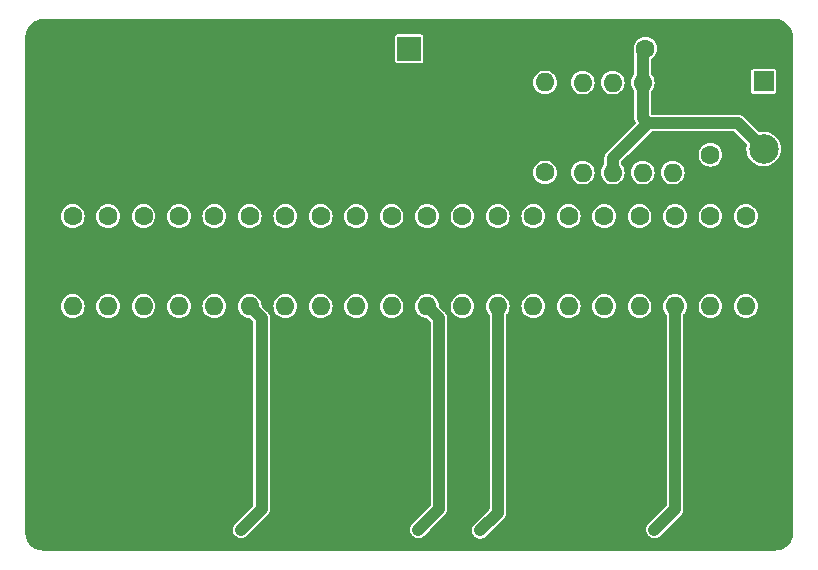
<source format=gbr>
%TF.GenerationSoftware,KiCad,Pcbnew,7.0.2-0*%
%TF.CreationDate,2023-05-23T14:09:32+01:00*%
%TF.ProjectId,pcb-stylophone,7063622d-7374-4796-9c6f-70686f6e652e,rev?*%
%TF.SameCoordinates,Original*%
%TF.FileFunction,Copper,L2,Bot*%
%TF.FilePolarity,Positive*%
%FSLAX46Y46*%
G04 Gerber Fmt 4.6, Leading zero omitted, Abs format (unit mm)*
G04 Created by KiCad (PCBNEW 7.0.2-0) date 2023-05-23 14:09:32*
%MOMM*%
%LPD*%
G01*
G04 APERTURE LIST*
%TA.AperFunction,ComponentPad*%
%ADD10R,1.600000X1.600000*%
%TD*%
%TA.AperFunction,ComponentPad*%
%ADD11O,1.600000X1.600000*%
%TD*%
%TA.AperFunction,ComponentPad*%
%ADD12C,1.600000*%
%TD*%
%TA.AperFunction,ComponentPad*%
%ADD13R,2.000000X2.000000*%
%TD*%
%TA.AperFunction,ComponentPad*%
%ADD14C,2.000000*%
%TD*%
%TA.AperFunction,ComponentPad*%
%ADD15C,2.500000*%
%TD*%
%TA.AperFunction,ComponentPad*%
%ADD16R,1.700000X1.700000*%
%TD*%
%TA.AperFunction,ComponentPad*%
%ADD17O,1.700000X1.700000*%
%TD*%
%TA.AperFunction,ViaPad*%
%ADD18C,0.800000*%
%TD*%
%TA.AperFunction,Conductor*%
%ADD19C,1.000000*%
%TD*%
G04 APERTURE END LIST*
D10*
%TO.P,U1,1,GND*%
%TO.N,GND*%
X154800000Y-105380000D03*
D11*
%TO.P,U1,2,TR*%
%TO.N,Net-(J22-Pin_1)*%
X152260000Y-105380000D03*
%TO.P,U1,3,Q*%
%TO.N,Net-(U1-Q)*%
X149720000Y-105380000D03*
%TO.P,U1,4,R*%
%TO.N,VCC*%
X147180000Y-105380000D03*
%TO.P,U1,5,CV*%
%TO.N,unconnected-(U1-CV-Pad5)*%
X147180000Y-113000000D03*
%TO.P,U1,6,THR*%
%TO.N,Net-(J22-Pin_1)*%
X149720000Y-113000000D03*
%TO.P,U1,7,DIS*%
%TO.N,Net-(U1-DIS)*%
X152260000Y-113000000D03*
%TO.P,U1,8,VCC*%
%TO.N,VCC*%
X154800000Y-113000000D03*
%TD*%
D12*
%TO.P,R16,1*%
%TO.N,Net-(J15-Pin_1)*%
X119000000Y-116690000D03*
D11*
%TO.P,R16,2*%
%TO.N,Net-(J16-Pin_1)*%
X119000000Y-124310000D03*
%TD*%
D12*
%TO.P,R2,1*%
%TO.N,Net-(U1-DIS)*%
X161000000Y-116690000D03*
D11*
%TO.P,R2,2*%
%TO.N,Net-(J2-Pin_1)*%
X161000000Y-124310000D03*
%TD*%
D13*
%TO.P,LS1,1,1*%
%TO.N,Net-(U1-Q)*%
X132500000Y-102500000D03*
D14*
%TO.P,LS1,2,2*%
%TO.N,GND*%
X132500000Y-112500000D03*
%TD*%
D12*
%TO.P,R18,1*%
%TO.N,Net-(J17-Pin_1)*%
X113000000Y-116690000D03*
D11*
%TO.P,R18,2*%
%TO.N,Net-(J18-Pin_1)*%
X113000000Y-124310000D03*
%TD*%
D12*
%TO.P,R17,1*%
%TO.N,Net-(J16-Pin_1)*%
X116000000Y-116690000D03*
D11*
%TO.P,R17,2*%
%TO.N,Net-(J17-Pin_1)*%
X116000000Y-124310000D03*
%TD*%
D12*
%TO.P,R20,1*%
%TO.N,Net-(J19-Pin_1)*%
X107000000Y-116690000D03*
D11*
%TO.P,R20,2*%
%TO.N,Net-(J20-Pin_1)*%
X107000000Y-124310000D03*
%TD*%
D12*
%TO.P,R13,1*%
%TO.N,Net-(J12-Pin_1)*%
X128000000Y-116690000D03*
D11*
%TO.P,R13,2*%
%TO.N,Net-(J13-Pin_1)*%
X128000000Y-124310000D03*
%TD*%
D15*
%TO.P,J22,1,Pin_1*%
%TO.N,Net-(J22-Pin_1)*%
X162500000Y-111000000D03*
%TD*%
D12*
%TO.P,C2,1*%
%TO.N,Net-(J22-Pin_1)*%
X152500000Y-102500000D03*
%TO.P,C2,2*%
%TO.N,GND*%
X157500000Y-102500000D03*
%TD*%
%TO.P,R11,1*%
%TO.N,Net-(J10-Pin_1)*%
X134000000Y-116690000D03*
D11*
%TO.P,R11,2*%
%TO.N,Net-(J11-Pin_1)*%
X134000000Y-124310000D03*
%TD*%
D16*
%TO.P,J1,1,Pin_1*%
%TO.N,VCC*%
X162500000Y-105275000D03*
D17*
%TO.P,J1,2,Pin_2*%
%TO.N,GND*%
X162500000Y-102735000D03*
%TD*%
D12*
%TO.P,R10,1*%
%TO.N,Net-(J9-Pin_1)*%
X137000000Y-116690000D03*
D11*
%TO.P,R10,2*%
%TO.N,Net-(J10-Pin_1)*%
X137000000Y-124310000D03*
%TD*%
D12*
%TO.P,R8,1*%
%TO.N,Net-(J7-Pin_1)*%
X143000000Y-116690000D03*
D11*
%TO.P,R8,2*%
%TO.N,Net-(J8-Pin_1)*%
X143000000Y-124310000D03*
%TD*%
D12*
%TO.P,R12,1*%
%TO.N,Net-(J11-Pin_1)*%
X131000000Y-116690000D03*
D11*
%TO.P,R12,2*%
%TO.N,Net-(J12-Pin_1)*%
X131000000Y-124310000D03*
%TD*%
D12*
%TO.P,R1,1*%
%TO.N,Net-(U1-DIS)*%
X144000000Y-112990000D03*
D11*
%TO.P,R1,2*%
%TO.N,VCC*%
X144000000Y-105370000D03*
%TD*%
D12*
%TO.P,R15,1*%
%TO.N,Net-(J14-Pin_1)*%
X122000000Y-116690000D03*
D11*
%TO.P,R15,2*%
%TO.N,Net-(J15-Pin_1)*%
X122000000Y-124310000D03*
%TD*%
D12*
%TO.P,R6,1*%
%TO.N,Net-(J5-Pin_1)*%
X149000000Y-116690000D03*
D11*
%TO.P,R6,2*%
%TO.N,Net-(J6-Pin_1)*%
X149000000Y-124310000D03*
%TD*%
D12*
%TO.P,C1,1*%
%TO.N,VCC*%
X158000000Y-111500000D03*
%TO.P,C1,2*%
%TO.N,GND*%
X158000000Y-106500000D03*
%TD*%
%TO.P,R19,1*%
%TO.N,Net-(J18-Pin_1)*%
X110000000Y-116690000D03*
D11*
%TO.P,R19,2*%
%TO.N,Net-(J19-Pin_1)*%
X110000000Y-124310000D03*
%TD*%
D12*
%TO.P,R3,1*%
%TO.N,Net-(J2-Pin_1)*%
X158000000Y-116690000D03*
D11*
%TO.P,R3,2*%
%TO.N,Net-(J3-Pin_1)*%
X158000000Y-124310000D03*
%TD*%
D12*
%TO.P,R4,1*%
%TO.N,Net-(J3-Pin_1)*%
X155000000Y-116690000D03*
D11*
%TO.P,R4,2*%
%TO.N,Net-(J4-Pin_1)*%
X155000000Y-124310000D03*
%TD*%
D12*
%TO.P,R21,1*%
%TO.N,Net-(J20-Pin_1)*%
X104000000Y-116690000D03*
D11*
%TO.P,R21,2*%
%TO.N,Net-(J21-Pin_1)*%
X104000000Y-124310000D03*
%TD*%
D12*
%TO.P,R7,1*%
%TO.N,Net-(J6-Pin_1)*%
X146000000Y-116690000D03*
D11*
%TO.P,R7,2*%
%TO.N,Net-(J7-Pin_1)*%
X146000000Y-124310000D03*
%TD*%
D12*
%TO.P,R9,1*%
%TO.N,Net-(J8-Pin_1)*%
X140000000Y-116690000D03*
D11*
%TO.P,R9,2*%
%TO.N,Net-(J9-Pin_1)*%
X140000000Y-124310000D03*
%TD*%
D12*
%TO.P,R5,1*%
%TO.N,Net-(J4-Pin_1)*%
X152000000Y-116690000D03*
D11*
%TO.P,R5,2*%
%TO.N,Net-(J5-Pin_1)*%
X152000000Y-124310000D03*
%TD*%
D12*
%TO.P,R14,1*%
%TO.N,Net-(J13-Pin_1)*%
X125000000Y-116690000D03*
D11*
%TO.P,R14,2*%
%TO.N,Net-(J14-Pin_1)*%
X125000000Y-124310000D03*
%TD*%
D18*
%TO.N,GND*%
X147500000Y-144000000D03*
X153500000Y-119500000D03*
X164000000Y-135000000D03*
X164000000Y-120000000D03*
X127500000Y-144000000D03*
X141400000Y-115000000D03*
X150500000Y-119500000D03*
X147200000Y-110100000D03*
X101000000Y-135000000D03*
X101000000Y-117000000D03*
X112500000Y-144000000D03*
X147500000Y-119500000D03*
X156500000Y-119500000D03*
X125000000Y-115000000D03*
%TO.N,Net-(J4-Pin_1)*%
X153250000Y-143250000D03*
%TO.N,Net-(J9-Pin_1)*%
X138500000Y-143300000D03*
%TO.N,Net-(J11-Pin_1)*%
X133250000Y-143250000D03*
%TO.N,Net-(J16-Pin_1)*%
X118250000Y-143250000D03*
%TD*%
D19*
%TO.N,Net-(J22-Pin_1)*%
X152260000Y-108360000D02*
X152260000Y-105380000D01*
X162500000Y-111000000D02*
X160300000Y-108800000D01*
X149720000Y-113000000D02*
X149720000Y-111780000D01*
X152260000Y-105380000D02*
X152260000Y-102740000D01*
X152700000Y-108800000D02*
X152260000Y-108360000D01*
X152260000Y-102740000D02*
X152500000Y-102500000D01*
X160300000Y-108800000D02*
X152700000Y-108800000D01*
X149720000Y-111780000D02*
X152700000Y-108800000D01*
%TO.N,Net-(J4-Pin_1)*%
X153250000Y-143250000D02*
X155000000Y-141500000D01*
X155000000Y-141500000D02*
X155000000Y-124310000D01*
%TO.N,Net-(J9-Pin_1)*%
X138500000Y-143300000D02*
X140000000Y-141800000D01*
X140000000Y-141800000D02*
X140000000Y-124310000D01*
%TO.N,Net-(J11-Pin_1)*%
X133250000Y-143250000D02*
X135000000Y-141500000D01*
X135000000Y-141500000D02*
X135000000Y-125310000D01*
X135000000Y-125310000D02*
X134000000Y-124310000D01*
%TO.N,Net-(J16-Pin_1)*%
X120000000Y-141500000D02*
X120000000Y-125310000D01*
X120000000Y-125310000D02*
X119000000Y-124310000D01*
X118250000Y-143250000D02*
X120000000Y-141500000D01*
%TD*%
%TA.AperFunction,Conductor*%
%TO.N,GND*%
G36*
X163503522Y-100000751D02*
G01*
X163569723Y-100005486D01*
X163714135Y-100016852D01*
X163727402Y-100018808D01*
X163818855Y-100038702D01*
X163820711Y-100039128D01*
X163934030Y-100066334D01*
X163945517Y-100069840D01*
X164038107Y-100104375D01*
X164041361Y-100105655D01*
X164144028Y-100148181D01*
X164153581Y-100152752D01*
X164242122Y-100201099D01*
X164246374Y-100203559D01*
X164339434Y-100260587D01*
X164347014Y-100265731D01*
X164387073Y-100295719D01*
X164428477Y-100326714D01*
X164433443Y-100330687D01*
X164515823Y-100401046D01*
X164521532Y-100406322D01*
X164593676Y-100478466D01*
X164598952Y-100484175D01*
X164669311Y-100566555D01*
X164673284Y-100571521D01*
X164734260Y-100652974D01*
X164739418Y-100660575D01*
X164796425Y-100753601D01*
X164798904Y-100757884D01*
X164847246Y-100846417D01*
X164851820Y-100855977D01*
X164894336Y-100958621D01*
X164895630Y-100961908D01*
X164930159Y-101054482D01*
X164933663Y-101065959D01*
X164960855Y-101179221D01*
X164961317Y-101181239D01*
X164981189Y-101272594D01*
X164983146Y-101285869D01*
X164994516Y-101430325D01*
X164999248Y-101496479D01*
X164999500Y-101503539D01*
X164999500Y-143496458D01*
X164999248Y-143503522D01*
X164994516Y-143569674D01*
X164983146Y-143714131D01*
X164981189Y-143727404D01*
X164961319Y-143818751D01*
X164960845Y-143820820D01*
X164933664Y-143934030D01*
X164930158Y-143945515D01*
X164895630Y-144038089D01*
X164894336Y-144041377D01*
X164851820Y-144144021D01*
X164847246Y-144153581D01*
X164798904Y-144242114D01*
X164796425Y-144246397D01*
X164739418Y-144339423D01*
X164734260Y-144347024D01*
X164673284Y-144428477D01*
X164669311Y-144433443D01*
X164598952Y-144515823D01*
X164593676Y-144521532D01*
X164521532Y-144593676D01*
X164515823Y-144598952D01*
X164433443Y-144669311D01*
X164428477Y-144673284D01*
X164347024Y-144734260D01*
X164339423Y-144739418D01*
X164246397Y-144796425D01*
X164242114Y-144798904D01*
X164153581Y-144847246D01*
X164144021Y-144851820D01*
X164041377Y-144894336D01*
X164038089Y-144895630D01*
X163945515Y-144930158D01*
X163934030Y-144933664D01*
X163820820Y-144960845D01*
X163818751Y-144961319D01*
X163727404Y-144981189D01*
X163714129Y-144983146D01*
X163569674Y-144994516D01*
X163503521Y-144999248D01*
X163496461Y-144999500D01*
X101503541Y-144999500D01*
X101496477Y-144999248D01*
X101430325Y-144994516D01*
X101285867Y-144983146D01*
X101272594Y-144981189D01*
X101181247Y-144961319D01*
X101179178Y-144960845D01*
X101065968Y-144933664D01*
X101054483Y-144930158D01*
X100961909Y-144895630D01*
X100958621Y-144894336D01*
X100855977Y-144851820D01*
X100846417Y-144847246D01*
X100757884Y-144798904D01*
X100753601Y-144796425D01*
X100660575Y-144739418D01*
X100652974Y-144734260D01*
X100571521Y-144673284D01*
X100566555Y-144669311D01*
X100484175Y-144598952D01*
X100478466Y-144593676D01*
X100406322Y-144521532D01*
X100401046Y-144515823D01*
X100330687Y-144433443D01*
X100326714Y-144428477D01*
X100306529Y-144401513D01*
X100265731Y-144347014D01*
X100260587Y-144339434D01*
X100203559Y-144246374D01*
X100201094Y-144242114D01*
X100152752Y-144153581D01*
X100148178Y-144144021D01*
X100105662Y-144041377D01*
X100104368Y-144038089D01*
X100069840Y-143945515D01*
X100066334Y-143934030D01*
X100063853Y-143923696D01*
X100039128Y-143820711D01*
X100038702Y-143818855D01*
X100018808Y-143727402D01*
X100016852Y-143714129D01*
X100005483Y-143569674D01*
X100003332Y-143539604D01*
X100000752Y-143503522D01*
X100000500Y-143496463D01*
X100000500Y-143207393D01*
X117545641Y-143207393D01*
X117555913Y-143377195D01*
X117595278Y-143503522D01*
X117606522Y-143539606D01*
X117694528Y-143685185D01*
X117814815Y-143805472D01*
X117960394Y-143893478D01*
X118053396Y-143922458D01*
X118122804Y-143944086D01*
X118292606Y-143954358D01*
X118459928Y-143923696D01*
X118459929Y-143923695D01*
X118459932Y-143923695D01*
X118615057Y-143853878D01*
X118715367Y-143775290D01*
X119283263Y-143207393D01*
X132545641Y-143207393D01*
X132555913Y-143377195D01*
X132595278Y-143503522D01*
X132606522Y-143539606D01*
X132694528Y-143685185D01*
X132814815Y-143805472D01*
X132960394Y-143893478D01*
X133053396Y-143922458D01*
X133122804Y-143944086D01*
X133292606Y-143954358D01*
X133459928Y-143923696D01*
X133459929Y-143923695D01*
X133459932Y-143923695D01*
X133615057Y-143853878D01*
X133715367Y-143775290D01*
X134233263Y-143257393D01*
X137795641Y-143257393D01*
X137805913Y-143427195D01*
X137850311Y-143569674D01*
X137856522Y-143589606D01*
X137944528Y-143735185D01*
X138064815Y-143855472D01*
X138210394Y-143943478D01*
X138307366Y-143973695D01*
X138372804Y-143994086D01*
X138542606Y-144004358D01*
X138709928Y-143973696D01*
X138709929Y-143973695D01*
X138709932Y-143973695D01*
X138865057Y-143903878D01*
X138965367Y-143825290D01*
X139583263Y-143207393D01*
X152545641Y-143207393D01*
X152555913Y-143377195D01*
X152595278Y-143503522D01*
X152606522Y-143539606D01*
X152694528Y-143685185D01*
X152814815Y-143805472D01*
X152960394Y-143893478D01*
X153053396Y-143922458D01*
X153122804Y-143944086D01*
X153292606Y-143954358D01*
X153459928Y-143923696D01*
X153459929Y-143923695D01*
X153459932Y-143923695D01*
X153615057Y-143853878D01*
X153715367Y-143775290D01*
X155478278Y-142012377D01*
X155482580Y-142008328D01*
X155528183Y-141967929D01*
X155562797Y-141917780D01*
X155566310Y-141913007D01*
X155603878Y-141865056D01*
X155608967Y-141853746D01*
X155617770Y-141838139D01*
X155624818Y-141827930D01*
X155646409Y-141770996D01*
X155648699Y-141765469D01*
X155673694Y-141709933D01*
X155673693Y-141709933D01*
X155673695Y-141709931D01*
X155675931Y-141697724D01*
X155680742Y-141680466D01*
X155685140Y-141668872D01*
X155692479Y-141608422D01*
X155693378Y-141602518D01*
X155704358Y-141542604D01*
X155700681Y-141481822D01*
X155700500Y-141475844D01*
X155700500Y-125068958D01*
X155719407Y-125010767D01*
X155722972Y-125006153D01*
X155761702Y-124958960D01*
X155835910Y-124868538D01*
X155928814Y-124694727D01*
X155986024Y-124506132D01*
X156005341Y-124310000D01*
X156994658Y-124310000D01*
X157013975Y-124506130D01*
X157071185Y-124694727D01*
X157164088Y-124868536D01*
X157164090Y-124868538D01*
X157289117Y-125020883D01*
X157385605Y-125100069D01*
X157441463Y-125145911D01*
X157615272Y-125238814D01*
X157709488Y-125267394D01*
X157803868Y-125296024D01*
X158000000Y-125315341D01*
X158196132Y-125296024D01*
X158384727Y-125238814D01*
X158558538Y-125145910D01*
X158710883Y-125020883D01*
X158835910Y-124868538D01*
X158928814Y-124694727D01*
X158986024Y-124506132D01*
X159005341Y-124310000D01*
X159994658Y-124310000D01*
X160013975Y-124506130D01*
X160071185Y-124694727D01*
X160164088Y-124868536D01*
X160164090Y-124868538D01*
X160289117Y-125020883D01*
X160385605Y-125100069D01*
X160441463Y-125145911D01*
X160615272Y-125238814D01*
X160709488Y-125267394D01*
X160803868Y-125296024D01*
X160901933Y-125305682D01*
X160999999Y-125315341D01*
X160999999Y-125315340D01*
X161000000Y-125315341D01*
X161196132Y-125296024D01*
X161384727Y-125238814D01*
X161558538Y-125145910D01*
X161710883Y-125020883D01*
X161835910Y-124868538D01*
X161928814Y-124694727D01*
X161986024Y-124506132D01*
X162005341Y-124310000D01*
X161986024Y-124113868D01*
X161928814Y-123925273D01*
X161928814Y-123925272D01*
X161835911Y-123751463D01*
X161816900Y-123728298D01*
X161710883Y-123599117D01*
X161558538Y-123474090D01*
X161558539Y-123474090D01*
X161558536Y-123474088D01*
X161384727Y-123381185D01*
X161196130Y-123323975D01*
X160999999Y-123304658D01*
X160803869Y-123323975D01*
X160615272Y-123381185D01*
X160441463Y-123474088D01*
X160289117Y-123599117D01*
X160164088Y-123751463D01*
X160071185Y-123925272D01*
X160013975Y-124113869D01*
X159994658Y-124310000D01*
X159005341Y-124310000D01*
X158986024Y-124113868D01*
X158928814Y-123925273D01*
X158928814Y-123925272D01*
X158835911Y-123751463D01*
X158816900Y-123728298D01*
X158710883Y-123599117D01*
X158558538Y-123474090D01*
X158558539Y-123474090D01*
X158558536Y-123474088D01*
X158384727Y-123381185D01*
X158196130Y-123323975D01*
X158000000Y-123304658D01*
X157803869Y-123323975D01*
X157615272Y-123381185D01*
X157441463Y-123474088D01*
X157289117Y-123599117D01*
X157164088Y-123751463D01*
X157071185Y-123925272D01*
X157013975Y-124113869D01*
X156994658Y-124310000D01*
X156005341Y-124310000D01*
X155986024Y-124113868D01*
X155928814Y-123925273D01*
X155928814Y-123925272D01*
X155835911Y-123751463D01*
X155816900Y-123728298D01*
X155710883Y-123599117D01*
X155558538Y-123474090D01*
X155558539Y-123474090D01*
X155558536Y-123474088D01*
X155384727Y-123381185D01*
X155196130Y-123323975D01*
X155000000Y-123304658D01*
X154803869Y-123323975D01*
X154615272Y-123381185D01*
X154441463Y-123474088D01*
X154289117Y-123599117D01*
X154164088Y-123751463D01*
X154071185Y-123925272D01*
X154013975Y-124113869D01*
X153994658Y-124310000D01*
X154013975Y-124506130D01*
X154071185Y-124694727D01*
X154164088Y-124868536D01*
X154277028Y-125006153D01*
X154299328Y-125063129D01*
X154299500Y-125068958D01*
X154299500Y-141168835D01*
X154280593Y-141227026D01*
X154270504Y-141238839D01*
X152726819Y-142782523D01*
X152726811Y-142782531D01*
X152724710Y-142784633D01*
X152722871Y-142786979D01*
X152722865Y-142786987D01*
X152646123Y-142884940D01*
X152576303Y-143040071D01*
X152545641Y-143207393D01*
X139583263Y-143207393D01*
X140478277Y-142312378D01*
X140482598Y-142308312D01*
X140528183Y-142267929D01*
X140562782Y-142217802D01*
X140566323Y-142212990D01*
X140603877Y-142165057D01*
X140608965Y-142153749D01*
X140617767Y-142138143D01*
X140624818Y-142127930D01*
X140646416Y-142070976D01*
X140648701Y-142065461D01*
X140673694Y-142009932D01*
X140675929Y-141997731D01*
X140680742Y-141980468D01*
X140685140Y-141968871D01*
X140691639Y-141915345D01*
X140692483Y-141908393D01*
X140693373Y-141902538D01*
X140704357Y-141842606D01*
X140704086Y-141838133D01*
X140700681Y-141781834D01*
X140700500Y-141775856D01*
X140700500Y-125068958D01*
X140719407Y-125010767D01*
X140722972Y-125006153D01*
X140761702Y-124958960D01*
X140835910Y-124868538D01*
X140928814Y-124694727D01*
X140986024Y-124506132D01*
X141005341Y-124310000D01*
X141994658Y-124310000D01*
X142013975Y-124506130D01*
X142071185Y-124694727D01*
X142164088Y-124868536D01*
X142164090Y-124868538D01*
X142289117Y-125020883D01*
X142385605Y-125100069D01*
X142441463Y-125145911D01*
X142615272Y-125238814D01*
X142709488Y-125267394D01*
X142803868Y-125296024D01*
X143000000Y-125315341D01*
X143196132Y-125296024D01*
X143384727Y-125238814D01*
X143558538Y-125145910D01*
X143710883Y-125020883D01*
X143835910Y-124868538D01*
X143928814Y-124694727D01*
X143986024Y-124506132D01*
X144005341Y-124310000D01*
X144994658Y-124310000D01*
X145013975Y-124506130D01*
X145071185Y-124694727D01*
X145164088Y-124868536D01*
X145164090Y-124868538D01*
X145289117Y-125020883D01*
X145385605Y-125100069D01*
X145441463Y-125145911D01*
X145615272Y-125238814D01*
X145709488Y-125267394D01*
X145803868Y-125296024D01*
X146000000Y-125315341D01*
X146196132Y-125296024D01*
X146384727Y-125238814D01*
X146558538Y-125145910D01*
X146710883Y-125020883D01*
X146835910Y-124868538D01*
X146928814Y-124694727D01*
X146986024Y-124506132D01*
X147005341Y-124310000D01*
X147994658Y-124310000D01*
X148013975Y-124506130D01*
X148071185Y-124694727D01*
X148164088Y-124868536D01*
X148164090Y-124868538D01*
X148289117Y-125020883D01*
X148385605Y-125100069D01*
X148441463Y-125145911D01*
X148615272Y-125238814D01*
X148709488Y-125267394D01*
X148803868Y-125296024D01*
X148901933Y-125305682D01*
X148999999Y-125315341D01*
X148999999Y-125315340D01*
X149000000Y-125315341D01*
X149196132Y-125296024D01*
X149384727Y-125238814D01*
X149558538Y-125145910D01*
X149710883Y-125020883D01*
X149835910Y-124868538D01*
X149928814Y-124694727D01*
X149986024Y-124506132D01*
X150005341Y-124310000D01*
X150994658Y-124310000D01*
X151013975Y-124506130D01*
X151071185Y-124694727D01*
X151164088Y-124868536D01*
X151164090Y-124868538D01*
X151289117Y-125020883D01*
X151385605Y-125100069D01*
X151441463Y-125145911D01*
X151615272Y-125238814D01*
X151709488Y-125267394D01*
X151803868Y-125296024D01*
X152000000Y-125315341D01*
X152196132Y-125296024D01*
X152384727Y-125238814D01*
X152558538Y-125145910D01*
X152710883Y-125020883D01*
X152835910Y-124868538D01*
X152928814Y-124694727D01*
X152986024Y-124506132D01*
X153005341Y-124310000D01*
X152986024Y-124113868D01*
X152928814Y-123925273D01*
X152928814Y-123925272D01*
X152835911Y-123751463D01*
X152816900Y-123728298D01*
X152710883Y-123599117D01*
X152558538Y-123474090D01*
X152558539Y-123474090D01*
X152558536Y-123474088D01*
X152384727Y-123381185D01*
X152196130Y-123323975D01*
X152000000Y-123304658D01*
X151803869Y-123323975D01*
X151615272Y-123381185D01*
X151441463Y-123474088D01*
X151289117Y-123599117D01*
X151164088Y-123751463D01*
X151071185Y-123925272D01*
X151013975Y-124113869D01*
X150994658Y-124310000D01*
X150005341Y-124310000D01*
X149986024Y-124113868D01*
X149928814Y-123925273D01*
X149928814Y-123925272D01*
X149835911Y-123751463D01*
X149816900Y-123728298D01*
X149710883Y-123599117D01*
X149558538Y-123474090D01*
X149558539Y-123474090D01*
X149558536Y-123474088D01*
X149384727Y-123381185D01*
X149196130Y-123323975D01*
X148999999Y-123304658D01*
X148803869Y-123323975D01*
X148615272Y-123381185D01*
X148441463Y-123474088D01*
X148289117Y-123599117D01*
X148164088Y-123751463D01*
X148071185Y-123925272D01*
X148013975Y-124113869D01*
X147994658Y-124310000D01*
X147005341Y-124310000D01*
X146986024Y-124113868D01*
X146928814Y-123925273D01*
X146928814Y-123925272D01*
X146835911Y-123751463D01*
X146816900Y-123728298D01*
X146710883Y-123599117D01*
X146558538Y-123474090D01*
X146558539Y-123474090D01*
X146558536Y-123474088D01*
X146384727Y-123381185D01*
X146196130Y-123323975D01*
X146000000Y-123304658D01*
X145803869Y-123323975D01*
X145615272Y-123381185D01*
X145441463Y-123474088D01*
X145289117Y-123599117D01*
X145164088Y-123751463D01*
X145071185Y-123925272D01*
X145013975Y-124113869D01*
X144994658Y-124310000D01*
X144005341Y-124310000D01*
X143986024Y-124113868D01*
X143928814Y-123925273D01*
X143928814Y-123925272D01*
X143835911Y-123751463D01*
X143816900Y-123728298D01*
X143710883Y-123599117D01*
X143558538Y-123474090D01*
X143558539Y-123474090D01*
X143558536Y-123474088D01*
X143384727Y-123381185D01*
X143196130Y-123323975D01*
X143000000Y-123304658D01*
X142803869Y-123323975D01*
X142615272Y-123381185D01*
X142441463Y-123474088D01*
X142289117Y-123599117D01*
X142164088Y-123751463D01*
X142071185Y-123925272D01*
X142013975Y-124113869D01*
X141994658Y-124310000D01*
X141005341Y-124310000D01*
X140986024Y-124113868D01*
X140928814Y-123925273D01*
X140928814Y-123925272D01*
X140835911Y-123751463D01*
X140816900Y-123728298D01*
X140710883Y-123599117D01*
X140558538Y-123474090D01*
X140558539Y-123474090D01*
X140558536Y-123474088D01*
X140384727Y-123381185D01*
X140196130Y-123323975D01*
X140000000Y-123304658D01*
X139803869Y-123323975D01*
X139615272Y-123381185D01*
X139441463Y-123474088D01*
X139289117Y-123599117D01*
X139164088Y-123751463D01*
X139071185Y-123925272D01*
X139013975Y-124113869D01*
X138994658Y-124310000D01*
X139013975Y-124506130D01*
X139071185Y-124694727D01*
X139164088Y-124868536D01*
X139277028Y-125006153D01*
X139299328Y-125063129D01*
X139299500Y-125068958D01*
X139299500Y-141468834D01*
X139280593Y-141527025D01*
X139270504Y-141538838D01*
X137976819Y-142832523D01*
X137976811Y-142832531D01*
X137974710Y-142834633D01*
X137972871Y-142836979D01*
X137972865Y-142836987D01*
X137896123Y-142934940D01*
X137826303Y-143090071D01*
X137795641Y-143257393D01*
X134233263Y-143257393D01*
X135478278Y-142012377D01*
X135482580Y-142008328D01*
X135528183Y-141967929D01*
X135562797Y-141917780D01*
X135566310Y-141913007D01*
X135603878Y-141865056D01*
X135608967Y-141853746D01*
X135617770Y-141838139D01*
X135624818Y-141827930D01*
X135646409Y-141770996D01*
X135648699Y-141765469D01*
X135673694Y-141709933D01*
X135673693Y-141709933D01*
X135673695Y-141709931D01*
X135675931Y-141697724D01*
X135680742Y-141680466D01*
X135685140Y-141668872D01*
X135692479Y-141608422D01*
X135693378Y-141602518D01*
X135704358Y-141542604D01*
X135700681Y-141481822D01*
X135700500Y-141475844D01*
X135700500Y-125334154D01*
X135700681Y-125328176D01*
X135704358Y-125267394D01*
X135693378Y-125207481D01*
X135692478Y-125201567D01*
X135685140Y-125141128D01*
X135680745Y-125129539D01*
X135675932Y-125112277D01*
X135673695Y-125100069D01*
X135648690Y-125044512D01*
X135646408Y-125039000D01*
X135639537Y-125020883D01*
X135624818Y-124982070D01*
X135624818Y-124982069D01*
X135617770Y-124971859D01*
X135608966Y-124956250D01*
X135603878Y-124944944D01*
X135603877Y-124944943D01*
X135603876Y-124944940D01*
X135566325Y-124897011D01*
X135562787Y-124892204D01*
X135528183Y-124842071D01*
X135528180Y-124842068D01*
X135482592Y-124801680D01*
X135478237Y-124797581D01*
X135031992Y-124351335D01*
X135010931Y-124310000D01*
X135994658Y-124310000D01*
X136013975Y-124506130D01*
X136071185Y-124694727D01*
X136164088Y-124868536D01*
X136164090Y-124868538D01*
X136289117Y-125020883D01*
X136385605Y-125100069D01*
X136441463Y-125145911D01*
X136615272Y-125238814D01*
X136709488Y-125267394D01*
X136803868Y-125296024D01*
X136901933Y-125305682D01*
X136999999Y-125315341D01*
X136999999Y-125315340D01*
X137000000Y-125315341D01*
X137196132Y-125296024D01*
X137384727Y-125238814D01*
X137558538Y-125145910D01*
X137710883Y-125020883D01*
X137835910Y-124868538D01*
X137928814Y-124694727D01*
X137986024Y-124506132D01*
X138005341Y-124310000D01*
X137986024Y-124113868D01*
X137928814Y-123925273D01*
X137928814Y-123925272D01*
X137835911Y-123751463D01*
X137816900Y-123728298D01*
X137710883Y-123599117D01*
X137558538Y-123474090D01*
X137558539Y-123474090D01*
X137558536Y-123474088D01*
X137384727Y-123381185D01*
X137196130Y-123323975D01*
X136999999Y-123304658D01*
X136803869Y-123323975D01*
X136615272Y-123381185D01*
X136441463Y-123474088D01*
X136289117Y-123599117D01*
X136164088Y-123751463D01*
X136071185Y-123925272D01*
X136013975Y-124113869D01*
X135994658Y-124310000D01*
X135010931Y-124310000D01*
X135004215Y-124296819D01*
X135003473Y-124291035D01*
X134986024Y-124113869D01*
X134928814Y-123925272D01*
X134835911Y-123751463D01*
X134816900Y-123728298D01*
X134710883Y-123599117D01*
X134558538Y-123474090D01*
X134558539Y-123474090D01*
X134558536Y-123474088D01*
X134384727Y-123381185D01*
X134196130Y-123323975D01*
X134000000Y-123304658D01*
X133803869Y-123323975D01*
X133615272Y-123381185D01*
X133441463Y-123474088D01*
X133289117Y-123599117D01*
X133164088Y-123751463D01*
X133071185Y-123925272D01*
X133013975Y-124113869D01*
X132994658Y-124309999D01*
X133013975Y-124506130D01*
X133071185Y-124694727D01*
X133164088Y-124868536D01*
X133164090Y-124868538D01*
X133289117Y-125020883D01*
X133385605Y-125100069D01*
X133441463Y-125145911D01*
X133615272Y-125238814D01*
X133709488Y-125267394D01*
X133803868Y-125296024D01*
X133981035Y-125313473D01*
X134037093Y-125337992D01*
X134041320Y-125341977D01*
X134270503Y-125571159D01*
X134298280Y-125625676D01*
X134299499Y-125641163D01*
X134299500Y-141168835D01*
X134280593Y-141227026D01*
X134270504Y-141238839D01*
X132726819Y-142782523D01*
X132726811Y-142782531D01*
X132724710Y-142784633D01*
X132722871Y-142786979D01*
X132722865Y-142786987D01*
X132646123Y-142884940D01*
X132576303Y-143040071D01*
X132545641Y-143207393D01*
X119283263Y-143207393D01*
X120478278Y-142012377D01*
X120482580Y-142008328D01*
X120528183Y-141967929D01*
X120562797Y-141917780D01*
X120566310Y-141913007D01*
X120603878Y-141865056D01*
X120608967Y-141853746D01*
X120617770Y-141838139D01*
X120624818Y-141827930D01*
X120646409Y-141770996D01*
X120648699Y-141765469D01*
X120673694Y-141709933D01*
X120673693Y-141709933D01*
X120673695Y-141709931D01*
X120675931Y-141697724D01*
X120680742Y-141680466D01*
X120685140Y-141668872D01*
X120692479Y-141608422D01*
X120693378Y-141602518D01*
X120704358Y-141542604D01*
X120700681Y-141481822D01*
X120700500Y-141475844D01*
X120700500Y-125334154D01*
X120700681Y-125328176D01*
X120704358Y-125267394D01*
X120693378Y-125207481D01*
X120692478Y-125201567D01*
X120685140Y-125141128D01*
X120680745Y-125129539D01*
X120675932Y-125112277D01*
X120673695Y-125100069D01*
X120648690Y-125044512D01*
X120646408Y-125039000D01*
X120639537Y-125020883D01*
X120624818Y-124982070D01*
X120624818Y-124982069D01*
X120617770Y-124971859D01*
X120608966Y-124956250D01*
X120603878Y-124944944D01*
X120603877Y-124944943D01*
X120603876Y-124944940D01*
X120566325Y-124897011D01*
X120562787Y-124892204D01*
X120528183Y-124842071D01*
X120528180Y-124842068D01*
X120482592Y-124801680D01*
X120478237Y-124797581D01*
X120031992Y-124351335D01*
X120010931Y-124310000D01*
X120994658Y-124310000D01*
X121013975Y-124506130D01*
X121071185Y-124694727D01*
X121164088Y-124868536D01*
X121164090Y-124868538D01*
X121289117Y-125020883D01*
X121385605Y-125100069D01*
X121441463Y-125145911D01*
X121615272Y-125238814D01*
X121709488Y-125267394D01*
X121803868Y-125296024D01*
X122000000Y-125315341D01*
X122196132Y-125296024D01*
X122384727Y-125238814D01*
X122558538Y-125145910D01*
X122710883Y-125020883D01*
X122835910Y-124868538D01*
X122928814Y-124694727D01*
X122986024Y-124506132D01*
X123005341Y-124310000D01*
X123994658Y-124310000D01*
X124013975Y-124506130D01*
X124071185Y-124694727D01*
X124164088Y-124868536D01*
X124164090Y-124868538D01*
X124289117Y-125020883D01*
X124385605Y-125100069D01*
X124441463Y-125145911D01*
X124615272Y-125238814D01*
X124709488Y-125267394D01*
X124803868Y-125296024D01*
X124901933Y-125305682D01*
X124999999Y-125315341D01*
X124999999Y-125315340D01*
X125000000Y-125315341D01*
X125196132Y-125296024D01*
X125384727Y-125238814D01*
X125558538Y-125145910D01*
X125710883Y-125020883D01*
X125835910Y-124868538D01*
X125928814Y-124694727D01*
X125986024Y-124506132D01*
X126005341Y-124310000D01*
X126994658Y-124310000D01*
X127013975Y-124506130D01*
X127071185Y-124694727D01*
X127164088Y-124868536D01*
X127164090Y-124868538D01*
X127289117Y-125020883D01*
X127385605Y-125100069D01*
X127441463Y-125145911D01*
X127615272Y-125238814D01*
X127709488Y-125267394D01*
X127803868Y-125296024D01*
X128000000Y-125315341D01*
X128196132Y-125296024D01*
X128384727Y-125238814D01*
X128558538Y-125145910D01*
X128710883Y-125020883D01*
X128835910Y-124868538D01*
X128928814Y-124694727D01*
X128986024Y-124506132D01*
X129005341Y-124310000D01*
X129994658Y-124310000D01*
X130013975Y-124506130D01*
X130071185Y-124694727D01*
X130164088Y-124868536D01*
X130164090Y-124868538D01*
X130289117Y-125020883D01*
X130385605Y-125100069D01*
X130441463Y-125145911D01*
X130615272Y-125238814D01*
X130709488Y-125267394D01*
X130803868Y-125296024D01*
X131000000Y-125315341D01*
X131196132Y-125296024D01*
X131384727Y-125238814D01*
X131558538Y-125145910D01*
X131710883Y-125020883D01*
X131835910Y-124868538D01*
X131928814Y-124694727D01*
X131986024Y-124506132D01*
X132005341Y-124310000D01*
X131986024Y-124113868D01*
X131928814Y-123925273D01*
X131928814Y-123925272D01*
X131835911Y-123751463D01*
X131816900Y-123728298D01*
X131710883Y-123599117D01*
X131558538Y-123474090D01*
X131558539Y-123474090D01*
X131558536Y-123474088D01*
X131384727Y-123381185D01*
X131196130Y-123323975D01*
X131000000Y-123304658D01*
X130803869Y-123323975D01*
X130615272Y-123381185D01*
X130441463Y-123474088D01*
X130289117Y-123599117D01*
X130164088Y-123751463D01*
X130071185Y-123925272D01*
X130013975Y-124113869D01*
X129994658Y-124310000D01*
X129005341Y-124310000D01*
X128986024Y-124113868D01*
X128928814Y-123925273D01*
X128928814Y-123925272D01*
X128835911Y-123751463D01*
X128816900Y-123728298D01*
X128710883Y-123599117D01*
X128558538Y-123474090D01*
X128558539Y-123474090D01*
X128558536Y-123474088D01*
X128384727Y-123381185D01*
X128196130Y-123323975D01*
X128000000Y-123304658D01*
X127803869Y-123323975D01*
X127615272Y-123381185D01*
X127441463Y-123474088D01*
X127289117Y-123599117D01*
X127164088Y-123751463D01*
X127071185Y-123925272D01*
X127013975Y-124113869D01*
X126994658Y-124310000D01*
X126005341Y-124310000D01*
X125986024Y-124113868D01*
X125928814Y-123925273D01*
X125928814Y-123925272D01*
X125835911Y-123751463D01*
X125816900Y-123728298D01*
X125710883Y-123599117D01*
X125558538Y-123474090D01*
X125558539Y-123474090D01*
X125558536Y-123474088D01*
X125384727Y-123381185D01*
X125196130Y-123323975D01*
X124999999Y-123304658D01*
X124803869Y-123323975D01*
X124615272Y-123381185D01*
X124441463Y-123474088D01*
X124289117Y-123599117D01*
X124164088Y-123751463D01*
X124071185Y-123925272D01*
X124013975Y-124113869D01*
X123994658Y-124310000D01*
X123005341Y-124310000D01*
X122986024Y-124113868D01*
X122928814Y-123925273D01*
X122928814Y-123925272D01*
X122835911Y-123751463D01*
X122816900Y-123728298D01*
X122710883Y-123599117D01*
X122558538Y-123474090D01*
X122558539Y-123474090D01*
X122558536Y-123474088D01*
X122384727Y-123381185D01*
X122196130Y-123323975D01*
X122000000Y-123304658D01*
X121803869Y-123323975D01*
X121615272Y-123381185D01*
X121441463Y-123474088D01*
X121289117Y-123599117D01*
X121164088Y-123751463D01*
X121071185Y-123925272D01*
X121013975Y-124113869D01*
X120994658Y-124310000D01*
X120010931Y-124310000D01*
X120004215Y-124296819D01*
X120003473Y-124291035D01*
X119986024Y-124113869D01*
X119928814Y-123925272D01*
X119835911Y-123751463D01*
X119816900Y-123728298D01*
X119710883Y-123599117D01*
X119558538Y-123474090D01*
X119558539Y-123474090D01*
X119558536Y-123474088D01*
X119384727Y-123381185D01*
X119196130Y-123323975D01*
X119000000Y-123304658D01*
X118803869Y-123323975D01*
X118615272Y-123381185D01*
X118441463Y-123474088D01*
X118289117Y-123599117D01*
X118164088Y-123751463D01*
X118071185Y-123925272D01*
X118013975Y-124113869D01*
X117994658Y-124309999D01*
X118013975Y-124506130D01*
X118071185Y-124694727D01*
X118164088Y-124868536D01*
X118164090Y-124868538D01*
X118289117Y-125020883D01*
X118385605Y-125100069D01*
X118441463Y-125145911D01*
X118615272Y-125238814D01*
X118709488Y-125267394D01*
X118803868Y-125296024D01*
X118981035Y-125313473D01*
X119037093Y-125337992D01*
X119041335Y-125341992D01*
X119270503Y-125571159D01*
X119298281Y-125625676D01*
X119299500Y-125641163D01*
X119299500Y-141168834D01*
X119280593Y-141227025D01*
X119270504Y-141238838D01*
X117726819Y-142782523D01*
X117726811Y-142782531D01*
X117724710Y-142784633D01*
X117722871Y-142786979D01*
X117722865Y-142786987D01*
X117646123Y-142884940D01*
X117576303Y-143040071D01*
X117545641Y-143207393D01*
X100000500Y-143207393D01*
X100000500Y-124310000D01*
X102994658Y-124310000D01*
X103013975Y-124506130D01*
X103071185Y-124694727D01*
X103164088Y-124868536D01*
X103164090Y-124868538D01*
X103289117Y-125020883D01*
X103385605Y-125100069D01*
X103441463Y-125145911D01*
X103615272Y-125238814D01*
X103709488Y-125267394D01*
X103803868Y-125296024D01*
X104000000Y-125315341D01*
X104196132Y-125296024D01*
X104384727Y-125238814D01*
X104558538Y-125145910D01*
X104710883Y-125020883D01*
X104835910Y-124868538D01*
X104928814Y-124694727D01*
X104986024Y-124506132D01*
X105005341Y-124310000D01*
X105994658Y-124310000D01*
X106013975Y-124506130D01*
X106071185Y-124694727D01*
X106164088Y-124868536D01*
X106164090Y-124868538D01*
X106289117Y-125020883D01*
X106385605Y-125100069D01*
X106441463Y-125145911D01*
X106615272Y-125238814D01*
X106709488Y-125267394D01*
X106803868Y-125296024D01*
X107000000Y-125315341D01*
X107196132Y-125296024D01*
X107384727Y-125238814D01*
X107558538Y-125145910D01*
X107710883Y-125020883D01*
X107835910Y-124868538D01*
X107928814Y-124694727D01*
X107986024Y-124506132D01*
X108005341Y-124310000D01*
X108994658Y-124310000D01*
X109013975Y-124506130D01*
X109071185Y-124694727D01*
X109164088Y-124868536D01*
X109164090Y-124868538D01*
X109289117Y-125020883D01*
X109385605Y-125100069D01*
X109441463Y-125145911D01*
X109615272Y-125238814D01*
X109709488Y-125267394D01*
X109803868Y-125296024D01*
X110000000Y-125315341D01*
X110196132Y-125296024D01*
X110384727Y-125238814D01*
X110558538Y-125145910D01*
X110710883Y-125020883D01*
X110835910Y-124868538D01*
X110928814Y-124694727D01*
X110986024Y-124506132D01*
X111005341Y-124310000D01*
X111994658Y-124310000D01*
X112013975Y-124506130D01*
X112071185Y-124694727D01*
X112164088Y-124868536D01*
X112164090Y-124868538D01*
X112289117Y-125020883D01*
X112385605Y-125100069D01*
X112441463Y-125145911D01*
X112615272Y-125238814D01*
X112709488Y-125267394D01*
X112803868Y-125296024D01*
X112901933Y-125305682D01*
X112999999Y-125315341D01*
X112999999Y-125315340D01*
X113000000Y-125315341D01*
X113196132Y-125296024D01*
X113384727Y-125238814D01*
X113558538Y-125145910D01*
X113710883Y-125020883D01*
X113835910Y-124868538D01*
X113928814Y-124694727D01*
X113986024Y-124506132D01*
X114005341Y-124310000D01*
X114994658Y-124310000D01*
X115013975Y-124506130D01*
X115071185Y-124694727D01*
X115164088Y-124868536D01*
X115164090Y-124868538D01*
X115289117Y-125020883D01*
X115385605Y-125100069D01*
X115441463Y-125145911D01*
X115615272Y-125238814D01*
X115709488Y-125267394D01*
X115803868Y-125296024D01*
X116000000Y-125315341D01*
X116196132Y-125296024D01*
X116384727Y-125238814D01*
X116558538Y-125145910D01*
X116710883Y-125020883D01*
X116835910Y-124868538D01*
X116928814Y-124694727D01*
X116986024Y-124506132D01*
X117005341Y-124310000D01*
X116986024Y-124113868D01*
X116928814Y-123925273D01*
X116928814Y-123925272D01*
X116835911Y-123751463D01*
X116816900Y-123728298D01*
X116710883Y-123599117D01*
X116558538Y-123474090D01*
X116558539Y-123474090D01*
X116558536Y-123474088D01*
X116384727Y-123381185D01*
X116196130Y-123323975D01*
X116000000Y-123304658D01*
X115803869Y-123323975D01*
X115615272Y-123381185D01*
X115441463Y-123474088D01*
X115289117Y-123599117D01*
X115164088Y-123751463D01*
X115071185Y-123925272D01*
X115013975Y-124113869D01*
X114994658Y-124310000D01*
X114005341Y-124310000D01*
X113986024Y-124113868D01*
X113928814Y-123925273D01*
X113928814Y-123925272D01*
X113835911Y-123751463D01*
X113816900Y-123728298D01*
X113710883Y-123599117D01*
X113558538Y-123474090D01*
X113558539Y-123474090D01*
X113558536Y-123474088D01*
X113384727Y-123381185D01*
X113196130Y-123323975D01*
X112999999Y-123304658D01*
X112803869Y-123323975D01*
X112615272Y-123381185D01*
X112441463Y-123474088D01*
X112289117Y-123599117D01*
X112164088Y-123751463D01*
X112071185Y-123925272D01*
X112013975Y-124113869D01*
X111994658Y-124310000D01*
X111005341Y-124310000D01*
X110986024Y-124113868D01*
X110928814Y-123925273D01*
X110928814Y-123925272D01*
X110835911Y-123751463D01*
X110816900Y-123728298D01*
X110710883Y-123599117D01*
X110558538Y-123474090D01*
X110558539Y-123474090D01*
X110558536Y-123474088D01*
X110384727Y-123381185D01*
X110196130Y-123323975D01*
X110000000Y-123304658D01*
X109803869Y-123323975D01*
X109615272Y-123381185D01*
X109441463Y-123474088D01*
X109289117Y-123599117D01*
X109164088Y-123751463D01*
X109071185Y-123925272D01*
X109013975Y-124113869D01*
X108994658Y-124310000D01*
X108005341Y-124310000D01*
X107986024Y-124113868D01*
X107928814Y-123925273D01*
X107928814Y-123925272D01*
X107835911Y-123751463D01*
X107816900Y-123728298D01*
X107710883Y-123599117D01*
X107558538Y-123474090D01*
X107558539Y-123474090D01*
X107558536Y-123474088D01*
X107384727Y-123381185D01*
X107196130Y-123323975D01*
X107000000Y-123304658D01*
X106803869Y-123323975D01*
X106615272Y-123381185D01*
X106441463Y-123474088D01*
X106289117Y-123599117D01*
X106164088Y-123751463D01*
X106071185Y-123925272D01*
X106013975Y-124113869D01*
X105994658Y-124310000D01*
X105005341Y-124310000D01*
X104986024Y-124113868D01*
X104928814Y-123925273D01*
X104928814Y-123925272D01*
X104835911Y-123751463D01*
X104816900Y-123728298D01*
X104710883Y-123599117D01*
X104558538Y-123474090D01*
X104558539Y-123474090D01*
X104558536Y-123474088D01*
X104384727Y-123381185D01*
X104196130Y-123323975D01*
X104000000Y-123304658D01*
X103803869Y-123323975D01*
X103615272Y-123381185D01*
X103441463Y-123474088D01*
X103289117Y-123599117D01*
X103164088Y-123751463D01*
X103071185Y-123925272D01*
X103013975Y-124113869D01*
X102994658Y-124310000D01*
X100000500Y-124310000D01*
X100000500Y-116689999D01*
X102994658Y-116689999D01*
X103013975Y-116886130D01*
X103071185Y-117074727D01*
X103164088Y-117248536D01*
X103164090Y-117248538D01*
X103289117Y-117400883D01*
X103418298Y-117506900D01*
X103441463Y-117525911D01*
X103615272Y-117618814D01*
X103709570Y-117647419D01*
X103803868Y-117676024D01*
X104000000Y-117695341D01*
X104196132Y-117676024D01*
X104384727Y-117618814D01*
X104558538Y-117525910D01*
X104710883Y-117400883D01*
X104835910Y-117248538D01*
X104928814Y-117074727D01*
X104986024Y-116886132D01*
X105005341Y-116690000D01*
X105005341Y-116689999D01*
X105994658Y-116689999D01*
X106013975Y-116886130D01*
X106071185Y-117074727D01*
X106164088Y-117248536D01*
X106164090Y-117248538D01*
X106289117Y-117400883D01*
X106418298Y-117506900D01*
X106441463Y-117525911D01*
X106615272Y-117618814D01*
X106709570Y-117647419D01*
X106803868Y-117676024D01*
X107000000Y-117695341D01*
X107196132Y-117676024D01*
X107384727Y-117618814D01*
X107558538Y-117525910D01*
X107710883Y-117400883D01*
X107835910Y-117248538D01*
X107928814Y-117074727D01*
X107986024Y-116886132D01*
X108005341Y-116690000D01*
X108005341Y-116689999D01*
X108994658Y-116689999D01*
X109013975Y-116886130D01*
X109071185Y-117074727D01*
X109164088Y-117248536D01*
X109164090Y-117248538D01*
X109289117Y-117400883D01*
X109418298Y-117506900D01*
X109441463Y-117525911D01*
X109615272Y-117618814D01*
X109709570Y-117647419D01*
X109803868Y-117676024D01*
X110000000Y-117695341D01*
X110196132Y-117676024D01*
X110384727Y-117618814D01*
X110558538Y-117525910D01*
X110710883Y-117400883D01*
X110835910Y-117248538D01*
X110928814Y-117074727D01*
X110986024Y-116886132D01*
X111005341Y-116690000D01*
X111005341Y-116689999D01*
X111994658Y-116689999D01*
X112013975Y-116886130D01*
X112071185Y-117074727D01*
X112164088Y-117248536D01*
X112164090Y-117248538D01*
X112289117Y-117400883D01*
X112418298Y-117506900D01*
X112441463Y-117525911D01*
X112615272Y-117618814D01*
X112709570Y-117647419D01*
X112803868Y-117676024D01*
X112901933Y-117685682D01*
X112999999Y-117695341D01*
X112999999Y-117695340D01*
X113000000Y-117695341D01*
X113196132Y-117676024D01*
X113384727Y-117618814D01*
X113558538Y-117525910D01*
X113710883Y-117400883D01*
X113835910Y-117248538D01*
X113928814Y-117074727D01*
X113986024Y-116886132D01*
X114005341Y-116690000D01*
X114994658Y-116690000D01*
X115013975Y-116886130D01*
X115071185Y-117074727D01*
X115164088Y-117248536D01*
X115164090Y-117248538D01*
X115289117Y-117400883D01*
X115418298Y-117506900D01*
X115441463Y-117525911D01*
X115615272Y-117618814D01*
X115709570Y-117647419D01*
X115803868Y-117676024D01*
X116000000Y-117695341D01*
X116196132Y-117676024D01*
X116384727Y-117618814D01*
X116558538Y-117525910D01*
X116710883Y-117400883D01*
X116835910Y-117248538D01*
X116928814Y-117074727D01*
X116986024Y-116886132D01*
X117005341Y-116690000D01*
X117994658Y-116690000D01*
X118013975Y-116886130D01*
X118071185Y-117074727D01*
X118164088Y-117248536D01*
X118164090Y-117248538D01*
X118289117Y-117400883D01*
X118418298Y-117506900D01*
X118441463Y-117525911D01*
X118615272Y-117618814D01*
X118709570Y-117647419D01*
X118803868Y-117676024D01*
X119000000Y-117695341D01*
X119196132Y-117676024D01*
X119384727Y-117618814D01*
X119558538Y-117525910D01*
X119710883Y-117400883D01*
X119835910Y-117248538D01*
X119928814Y-117074727D01*
X119986024Y-116886132D01*
X120005341Y-116690000D01*
X120994658Y-116690000D01*
X121013975Y-116886130D01*
X121071185Y-117074727D01*
X121164088Y-117248536D01*
X121164090Y-117248538D01*
X121289117Y-117400883D01*
X121418298Y-117506900D01*
X121441463Y-117525911D01*
X121615272Y-117618814D01*
X121709570Y-117647419D01*
X121803868Y-117676024D01*
X122000000Y-117695341D01*
X122196132Y-117676024D01*
X122384727Y-117618814D01*
X122558538Y-117525910D01*
X122710883Y-117400883D01*
X122835910Y-117248538D01*
X122928814Y-117074727D01*
X122986024Y-116886132D01*
X123005341Y-116690000D01*
X123005341Y-116689999D01*
X123994658Y-116689999D01*
X124013975Y-116886130D01*
X124071185Y-117074727D01*
X124164088Y-117248536D01*
X124164090Y-117248538D01*
X124289117Y-117400883D01*
X124418298Y-117506900D01*
X124441463Y-117525911D01*
X124615272Y-117618814D01*
X124709570Y-117647419D01*
X124803868Y-117676024D01*
X124901933Y-117685682D01*
X124999999Y-117695341D01*
X124999999Y-117695340D01*
X125000000Y-117695341D01*
X125196132Y-117676024D01*
X125384727Y-117618814D01*
X125558538Y-117525910D01*
X125710883Y-117400883D01*
X125835910Y-117248538D01*
X125928814Y-117074727D01*
X125986024Y-116886132D01*
X126005341Y-116690000D01*
X126005341Y-116689999D01*
X126994658Y-116689999D01*
X127013975Y-116886130D01*
X127071185Y-117074727D01*
X127164088Y-117248536D01*
X127164090Y-117248538D01*
X127289117Y-117400883D01*
X127418298Y-117506900D01*
X127441463Y-117525911D01*
X127615272Y-117618814D01*
X127709570Y-117647419D01*
X127803868Y-117676024D01*
X128000000Y-117695341D01*
X128196132Y-117676024D01*
X128384727Y-117618814D01*
X128558538Y-117525910D01*
X128710883Y-117400883D01*
X128835910Y-117248538D01*
X128928814Y-117074727D01*
X128986024Y-116886132D01*
X129005341Y-116690000D01*
X129994658Y-116690000D01*
X130013975Y-116886130D01*
X130071185Y-117074727D01*
X130164088Y-117248536D01*
X130164090Y-117248538D01*
X130289117Y-117400883D01*
X130418298Y-117506900D01*
X130441463Y-117525911D01*
X130615272Y-117618814D01*
X130709570Y-117647419D01*
X130803868Y-117676024D01*
X131000000Y-117695341D01*
X131196132Y-117676024D01*
X131384727Y-117618814D01*
X131558538Y-117525910D01*
X131710883Y-117400883D01*
X131835910Y-117248538D01*
X131928814Y-117074727D01*
X131986024Y-116886132D01*
X132005341Y-116690000D01*
X132994658Y-116690000D01*
X133013975Y-116886130D01*
X133071185Y-117074727D01*
X133164088Y-117248536D01*
X133164090Y-117248538D01*
X133289117Y-117400883D01*
X133418298Y-117506900D01*
X133441463Y-117525911D01*
X133615272Y-117618814D01*
X133709570Y-117647419D01*
X133803868Y-117676024D01*
X134000000Y-117695341D01*
X134196132Y-117676024D01*
X134384727Y-117618814D01*
X134558538Y-117525910D01*
X134710883Y-117400883D01*
X134835910Y-117248538D01*
X134928814Y-117074727D01*
X134986024Y-116886132D01*
X135005341Y-116690000D01*
X135994658Y-116690000D01*
X136013975Y-116886130D01*
X136071185Y-117074727D01*
X136164088Y-117248536D01*
X136164090Y-117248538D01*
X136289117Y-117400883D01*
X136418298Y-117506900D01*
X136441463Y-117525911D01*
X136615272Y-117618814D01*
X136709570Y-117647419D01*
X136803868Y-117676024D01*
X136901933Y-117685682D01*
X136999999Y-117695341D01*
X136999999Y-117695340D01*
X137000000Y-117695341D01*
X137196132Y-117676024D01*
X137384727Y-117618814D01*
X137558538Y-117525910D01*
X137710883Y-117400883D01*
X137835910Y-117248538D01*
X137928814Y-117074727D01*
X137986024Y-116886132D01*
X138005341Y-116690000D01*
X138005341Y-116689999D01*
X138994658Y-116689999D01*
X139013975Y-116886130D01*
X139071185Y-117074727D01*
X139164088Y-117248536D01*
X139164090Y-117248538D01*
X139289117Y-117400883D01*
X139418298Y-117506900D01*
X139441463Y-117525911D01*
X139615272Y-117618814D01*
X139709570Y-117647419D01*
X139803868Y-117676024D01*
X140000000Y-117695341D01*
X140196132Y-117676024D01*
X140384727Y-117618814D01*
X140558538Y-117525910D01*
X140710883Y-117400883D01*
X140835910Y-117248538D01*
X140928814Y-117074727D01*
X140986024Y-116886132D01*
X141005341Y-116690000D01*
X141005341Y-116689999D01*
X141994658Y-116689999D01*
X142013975Y-116886130D01*
X142071185Y-117074727D01*
X142164088Y-117248536D01*
X142164090Y-117248538D01*
X142289117Y-117400883D01*
X142418298Y-117506900D01*
X142441463Y-117525911D01*
X142615272Y-117618814D01*
X142709570Y-117647419D01*
X142803868Y-117676024D01*
X143000000Y-117695341D01*
X143196132Y-117676024D01*
X143384727Y-117618814D01*
X143558538Y-117525910D01*
X143710883Y-117400883D01*
X143835910Y-117248538D01*
X143928814Y-117074727D01*
X143986024Y-116886132D01*
X144005341Y-116690000D01*
X144994658Y-116690000D01*
X145013975Y-116886130D01*
X145071185Y-117074727D01*
X145164088Y-117248536D01*
X145164090Y-117248538D01*
X145289117Y-117400883D01*
X145418298Y-117506900D01*
X145441463Y-117525911D01*
X145615272Y-117618814D01*
X145709570Y-117647419D01*
X145803868Y-117676024D01*
X146000000Y-117695341D01*
X146196132Y-117676024D01*
X146384727Y-117618814D01*
X146558538Y-117525910D01*
X146710883Y-117400883D01*
X146835910Y-117248538D01*
X146928814Y-117074727D01*
X146986024Y-116886132D01*
X147005341Y-116690000D01*
X147994658Y-116690000D01*
X148013975Y-116886130D01*
X148071185Y-117074727D01*
X148164088Y-117248536D01*
X148164090Y-117248538D01*
X148289117Y-117400883D01*
X148418298Y-117506900D01*
X148441463Y-117525911D01*
X148615272Y-117618814D01*
X148709570Y-117647419D01*
X148803868Y-117676024D01*
X148901933Y-117685682D01*
X148999999Y-117695341D01*
X148999999Y-117695340D01*
X149000000Y-117695341D01*
X149196132Y-117676024D01*
X149384727Y-117618814D01*
X149558538Y-117525910D01*
X149710883Y-117400883D01*
X149835910Y-117248538D01*
X149928814Y-117074727D01*
X149986024Y-116886132D01*
X150005341Y-116690000D01*
X150994658Y-116690000D01*
X151013975Y-116886130D01*
X151071185Y-117074727D01*
X151164088Y-117248536D01*
X151164090Y-117248538D01*
X151289117Y-117400883D01*
X151418298Y-117506900D01*
X151441463Y-117525911D01*
X151615272Y-117618814D01*
X151709570Y-117647419D01*
X151803868Y-117676024D01*
X152000000Y-117695341D01*
X152196132Y-117676024D01*
X152384727Y-117618814D01*
X152558538Y-117525910D01*
X152710883Y-117400883D01*
X152835910Y-117248538D01*
X152928814Y-117074727D01*
X152986024Y-116886132D01*
X153005341Y-116690000D01*
X153994658Y-116690000D01*
X154013975Y-116886130D01*
X154071185Y-117074727D01*
X154164088Y-117248536D01*
X154164090Y-117248538D01*
X154289117Y-117400883D01*
X154418298Y-117506900D01*
X154441463Y-117525911D01*
X154615272Y-117618814D01*
X154709570Y-117647419D01*
X154803868Y-117676024D01*
X155000000Y-117695341D01*
X155196132Y-117676024D01*
X155384727Y-117618814D01*
X155558538Y-117525910D01*
X155710883Y-117400883D01*
X155835910Y-117248538D01*
X155928814Y-117074727D01*
X155986024Y-116886132D01*
X156005341Y-116690000D01*
X156005341Y-116689999D01*
X156994658Y-116689999D01*
X157013975Y-116886130D01*
X157071185Y-117074727D01*
X157164088Y-117248536D01*
X157164090Y-117248538D01*
X157289117Y-117400883D01*
X157418298Y-117506900D01*
X157441463Y-117525911D01*
X157615272Y-117618814D01*
X157709570Y-117647419D01*
X157803868Y-117676024D01*
X158000000Y-117695341D01*
X158196132Y-117676024D01*
X158384727Y-117618814D01*
X158558538Y-117525910D01*
X158710883Y-117400883D01*
X158835910Y-117248538D01*
X158928814Y-117074727D01*
X158986024Y-116886132D01*
X159005341Y-116690000D01*
X159005341Y-116689999D01*
X159994658Y-116689999D01*
X160013975Y-116886130D01*
X160071185Y-117074727D01*
X160164088Y-117248536D01*
X160164090Y-117248538D01*
X160289117Y-117400883D01*
X160418298Y-117506900D01*
X160441463Y-117525911D01*
X160615272Y-117618814D01*
X160709570Y-117647419D01*
X160803868Y-117676024D01*
X160901933Y-117685682D01*
X160999999Y-117695341D01*
X160999999Y-117695340D01*
X161000000Y-117695341D01*
X161196132Y-117676024D01*
X161384727Y-117618814D01*
X161558538Y-117525910D01*
X161710883Y-117400883D01*
X161835910Y-117248538D01*
X161928814Y-117074727D01*
X161986024Y-116886132D01*
X162005341Y-116690000D01*
X161986024Y-116493868D01*
X161928814Y-116305273D01*
X161928814Y-116305272D01*
X161835911Y-116131463D01*
X161816900Y-116108298D01*
X161710883Y-115979117D01*
X161558538Y-115854090D01*
X161558539Y-115854090D01*
X161558536Y-115854088D01*
X161384727Y-115761185D01*
X161196130Y-115703975D01*
X161000000Y-115684658D01*
X160803869Y-115703975D01*
X160615272Y-115761185D01*
X160441463Y-115854088D01*
X160289117Y-115979117D01*
X160164088Y-116131463D01*
X160071185Y-116305272D01*
X160013975Y-116493869D01*
X159994658Y-116689999D01*
X159005341Y-116689999D01*
X158986024Y-116493868D01*
X158928814Y-116305273D01*
X158928814Y-116305272D01*
X158835911Y-116131463D01*
X158816900Y-116108298D01*
X158710883Y-115979117D01*
X158558538Y-115854090D01*
X158558539Y-115854090D01*
X158558536Y-115854088D01*
X158384727Y-115761185D01*
X158196130Y-115703975D01*
X158000000Y-115684658D01*
X157803869Y-115703975D01*
X157615272Y-115761185D01*
X157441463Y-115854088D01*
X157289117Y-115979117D01*
X157164088Y-116131463D01*
X157071185Y-116305272D01*
X157013975Y-116493869D01*
X156994658Y-116689999D01*
X156005341Y-116689999D01*
X155986024Y-116493868D01*
X155928814Y-116305273D01*
X155928814Y-116305272D01*
X155835911Y-116131463D01*
X155816900Y-116108298D01*
X155710883Y-115979117D01*
X155558538Y-115854090D01*
X155558539Y-115854090D01*
X155558536Y-115854088D01*
X155384727Y-115761185D01*
X155196130Y-115703975D01*
X154999999Y-115684658D01*
X154803869Y-115703975D01*
X154615272Y-115761185D01*
X154441463Y-115854088D01*
X154289117Y-115979117D01*
X154164088Y-116131463D01*
X154071185Y-116305272D01*
X154013975Y-116493869D01*
X153994658Y-116690000D01*
X153005341Y-116690000D01*
X152986024Y-116493868D01*
X152928814Y-116305273D01*
X152928814Y-116305272D01*
X152835911Y-116131463D01*
X152816900Y-116108298D01*
X152710883Y-115979117D01*
X152558538Y-115854090D01*
X152558539Y-115854090D01*
X152558536Y-115854088D01*
X152384727Y-115761185D01*
X152196130Y-115703975D01*
X152000000Y-115684658D01*
X151803869Y-115703975D01*
X151615272Y-115761185D01*
X151441463Y-115854088D01*
X151289117Y-115979117D01*
X151164088Y-116131463D01*
X151071185Y-116305272D01*
X151013975Y-116493869D01*
X150994658Y-116690000D01*
X150005341Y-116690000D01*
X149986024Y-116493868D01*
X149928814Y-116305273D01*
X149928814Y-116305272D01*
X149835911Y-116131463D01*
X149816900Y-116108298D01*
X149710883Y-115979117D01*
X149558538Y-115854090D01*
X149558539Y-115854090D01*
X149558536Y-115854088D01*
X149384727Y-115761185D01*
X149196130Y-115703975D01*
X149000000Y-115684658D01*
X148803869Y-115703975D01*
X148615272Y-115761185D01*
X148441463Y-115854088D01*
X148289117Y-115979117D01*
X148164088Y-116131463D01*
X148071185Y-116305272D01*
X148013975Y-116493869D01*
X147994658Y-116690000D01*
X147005341Y-116690000D01*
X146986024Y-116493868D01*
X146928814Y-116305273D01*
X146928814Y-116305272D01*
X146835911Y-116131463D01*
X146816900Y-116108298D01*
X146710883Y-115979117D01*
X146558538Y-115854090D01*
X146558539Y-115854090D01*
X146558536Y-115854088D01*
X146384727Y-115761185D01*
X146196130Y-115703975D01*
X146000000Y-115684658D01*
X145803869Y-115703975D01*
X145615272Y-115761185D01*
X145441463Y-115854088D01*
X145289117Y-115979117D01*
X145164088Y-116131463D01*
X145071185Y-116305272D01*
X145013975Y-116493869D01*
X144994658Y-116690000D01*
X144005341Y-116690000D01*
X143986024Y-116493868D01*
X143928814Y-116305273D01*
X143928814Y-116305272D01*
X143835911Y-116131463D01*
X143816900Y-116108298D01*
X143710883Y-115979117D01*
X143558538Y-115854090D01*
X143558539Y-115854090D01*
X143558536Y-115854088D01*
X143384727Y-115761185D01*
X143196130Y-115703975D01*
X142999999Y-115684658D01*
X142803869Y-115703975D01*
X142615272Y-115761185D01*
X142441463Y-115854088D01*
X142289117Y-115979117D01*
X142164088Y-116131463D01*
X142071185Y-116305272D01*
X142013975Y-116493869D01*
X141994658Y-116689999D01*
X141005341Y-116689999D01*
X140986024Y-116493868D01*
X140928814Y-116305273D01*
X140928814Y-116305272D01*
X140835911Y-116131463D01*
X140816900Y-116108298D01*
X140710883Y-115979117D01*
X140558538Y-115854090D01*
X140558539Y-115854090D01*
X140558536Y-115854088D01*
X140384727Y-115761185D01*
X140196130Y-115703975D01*
X140000000Y-115684658D01*
X139803869Y-115703975D01*
X139615272Y-115761185D01*
X139441463Y-115854088D01*
X139289117Y-115979117D01*
X139164088Y-116131463D01*
X139071185Y-116305272D01*
X139013975Y-116493869D01*
X138994658Y-116689999D01*
X138005341Y-116689999D01*
X137986024Y-116493868D01*
X137928814Y-116305273D01*
X137928814Y-116305272D01*
X137835911Y-116131463D01*
X137816900Y-116108298D01*
X137710883Y-115979117D01*
X137558538Y-115854090D01*
X137558539Y-115854090D01*
X137558536Y-115854088D01*
X137384727Y-115761185D01*
X137196130Y-115703975D01*
X137000000Y-115684658D01*
X136803869Y-115703975D01*
X136615272Y-115761185D01*
X136441463Y-115854088D01*
X136289117Y-115979117D01*
X136164088Y-116131463D01*
X136071185Y-116305272D01*
X136013975Y-116493869D01*
X135994658Y-116690000D01*
X135005341Y-116690000D01*
X134986024Y-116493868D01*
X134928814Y-116305273D01*
X134928814Y-116305272D01*
X134835911Y-116131463D01*
X134816900Y-116108298D01*
X134710883Y-115979117D01*
X134558538Y-115854090D01*
X134558539Y-115854090D01*
X134558536Y-115854088D01*
X134384727Y-115761185D01*
X134196130Y-115703975D01*
X134000000Y-115684658D01*
X133803869Y-115703975D01*
X133615272Y-115761185D01*
X133441463Y-115854088D01*
X133289117Y-115979117D01*
X133164088Y-116131463D01*
X133071185Y-116305272D01*
X133013975Y-116493869D01*
X132994658Y-116690000D01*
X132005341Y-116690000D01*
X131986024Y-116493868D01*
X131928814Y-116305273D01*
X131928814Y-116305272D01*
X131835911Y-116131463D01*
X131816900Y-116108298D01*
X131710883Y-115979117D01*
X131558538Y-115854090D01*
X131558539Y-115854090D01*
X131558536Y-115854088D01*
X131384727Y-115761185D01*
X131196130Y-115703975D01*
X130999999Y-115684658D01*
X130803869Y-115703975D01*
X130615272Y-115761185D01*
X130441463Y-115854088D01*
X130289117Y-115979117D01*
X130164088Y-116131463D01*
X130071185Y-116305272D01*
X130013975Y-116493869D01*
X129994658Y-116690000D01*
X129005341Y-116690000D01*
X128986024Y-116493868D01*
X128928814Y-116305273D01*
X128928814Y-116305272D01*
X128835911Y-116131463D01*
X128816900Y-116108298D01*
X128710883Y-115979117D01*
X128558538Y-115854090D01*
X128558539Y-115854090D01*
X128558536Y-115854088D01*
X128384727Y-115761185D01*
X128196130Y-115703975D01*
X128000000Y-115684658D01*
X127803869Y-115703975D01*
X127615272Y-115761185D01*
X127441463Y-115854088D01*
X127289117Y-115979117D01*
X127164088Y-116131463D01*
X127071185Y-116305272D01*
X127013975Y-116493869D01*
X126994658Y-116689999D01*
X126005341Y-116689999D01*
X125986024Y-116493868D01*
X125928814Y-116305273D01*
X125928814Y-116305272D01*
X125835911Y-116131463D01*
X125816900Y-116108298D01*
X125710883Y-115979117D01*
X125558538Y-115854090D01*
X125558539Y-115854090D01*
X125558536Y-115854088D01*
X125384727Y-115761185D01*
X125196130Y-115703975D01*
X125000000Y-115684658D01*
X124803869Y-115703975D01*
X124615272Y-115761185D01*
X124441463Y-115854088D01*
X124289117Y-115979117D01*
X124164088Y-116131463D01*
X124071185Y-116305272D01*
X124013975Y-116493869D01*
X123994658Y-116689999D01*
X123005341Y-116689999D01*
X122986024Y-116493868D01*
X122928814Y-116305273D01*
X122928814Y-116305272D01*
X122835911Y-116131463D01*
X122816900Y-116108298D01*
X122710883Y-115979117D01*
X122558538Y-115854090D01*
X122558539Y-115854090D01*
X122558536Y-115854088D01*
X122384727Y-115761185D01*
X122196130Y-115703975D01*
X122000000Y-115684658D01*
X121803869Y-115703975D01*
X121615272Y-115761185D01*
X121441463Y-115854088D01*
X121289117Y-115979117D01*
X121164088Y-116131463D01*
X121071185Y-116305272D01*
X121013975Y-116493869D01*
X120994658Y-116690000D01*
X120005341Y-116690000D01*
X119986024Y-116493868D01*
X119928814Y-116305273D01*
X119928814Y-116305272D01*
X119835911Y-116131463D01*
X119816900Y-116108298D01*
X119710883Y-115979117D01*
X119558538Y-115854090D01*
X119558539Y-115854090D01*
X119558536Y-115854088D01*
X119384727Y-115761185D01*
X119196130Y-115703975D01*
X118999999Y-115684658D01*
X118803869Y-115703975D01*
X118615272Y-115761185D01*
X118441463Y-115854088D01*
X118289117Y-115979117D01*
X118164088Y-116131463D01*
X118071185Y-116305272D01*
X118013975Y-116493869D01*
X117994658Y-116690000D01*
X117005341Y-116690000D01*
X116986024Y-116493868D01*
X116928814Y-116305273D01*
X116928814Y-116305272D01*
X116835911Y-116131463D01*
X116816900Y-116108298D01*
X116710883Y-115979117D01*
X116558538Y-115854090D01*
X116558539Y-115854090D01*
X116558536Y-115854088D01*
X116384727Y-115761185D01*
X116196130Y-115703975D01*
X116000000Y-115684658D01*
X115803869Y-115703975D01*
X115615272Y-115761185D01*
X115441463Y-115854088D01*
X115289117Y-115979117D01*
X115164088Y-116131463D01*
X115071185Y-116305272D01*
X115013975Y-116493869D01*
X114994658Y-116690000D01*
X114005341Y-116690000D01*
X113986024Y-116493868D01*
X113928814Y-116305273D01*
X113928814Y-116305272D01*
X113835911Y-116131463D01*
X113816900Y-116108298D01*
X113710883Y-115979117D01*
X113558538Y-115854090D01*
X113558539Y-115854090D01*
X113558536Y-115854088D01*
X113384727Y-115761185D01*
X113196130Y-115703975D01*
X113000000Y-115684658D01*
X112803869Y-115703975D01*
X112615272Y-115761185D01*
X112441463Y-115854088D01*
X112289117Y-115979117D01*
X112164088Y-116131463D01*
X112071185Y-116305272D01*
X112013975Y-116493869D01*
X111994658Y-116689999D01*
X111005341Y-116689999D01*
X110986024Y-116493868D01*
X110928814Y-116305273D01*
X110928814Y-116305272D01*
X110835911Y-116131463D01*
X110816900Y-116108298D01*
X110710883Y-115979117D01*
X110558538Y-115854090D01*
X110558539Y-115854090D01*
X110558536Y-115854088D01*
X110384727Y-115761185D01*
X110196130Y-115703975D01*
X110000000Y-115684658D01*
X109803869Y-115703975D01*
X109615272Y-115761185D01*
X109441463Y-115854088D01*
X109289117Y-115979117D01*
X109164088Y-116131463D01*
X109071185Y-116305272D01*
X109013975Y-116493869D01*
X108994658Y-116689999D01*
X108005341Y-116689999D01*
X107986024Y-116493868D01*
X107928814Y-116305273D01*
X107928814Y-116305272D01*
X107835911Y-116131463D01*
X107816900Y-116108298D01*
X107710883Y-115979117D01*
X107558538Y-115854090D01*
X107558539Y-115854090D01*
X107558536Y-115854088D01*
X107384727Y-115761185D01*
X107196130Y-115703975D01*
X106999999Y-115684658D01*
X106803869Y-115703975D01*
X106615272Y-115761185D01*
X106441463Y-115854088D01*
X106289117Y-115979117D01*
X106164088Y-116131463D01*
X106071185Y-116305272D01*
X106013975Y-116493869D01*
X105994658Y-116689999D01*
X105005341Y-116689999D01*
X104986024Y-116493868D01*
X104928814Y-116305273D01*
X104928814Y-116305272D01*
X104835911Y-116131463D01*
X104816900Y-116108298D01*
X104710883Y-115979117D01*
X104558538Y-115854090D01*
X104558539Y-115854090D01*
X104558536Y-115854088D01*
X104384727Y-115761185D01*
X104196130Y-115703975D01*
X104000000Y-115684658D01*
X103803869Y-115703975D01*
X103615272Y-115761185D01*
X103441463Y-115854088D01*
X103289117Y-115979117D01*
X103164088Y-116131463D01*
X103071185Y-116305272D01*
X103013975Y-116493869D01*
X102994658Y-116689999D01*
X100000500Y-116689999D01*
X100000500Y-112989999D01*
X142994658Y-112989999D01*
X143013975Y-113186130D01*
X143071185Y-113374727D01*
X143164088Y-113548536D01*
X143164090Y-113548538D01*
X143289117Y-113700883D01*
X143418298Y-113806900D01*
X143441463Y-113825911D01*
X143615272Y-113918814D01*
X143648238Y-113928814D01*
X143803868Y-113976024D01*
X144000000Y-113995341D01*
X144196132Y-113976024D01*
X144384727Y-113918814D01*
X144558538Y-113825910D01*
X144710883Y-113700883D01*
X144835910Y-113548538D01*
X144928814Y-113374727D01*
X144986024Y-113186132D01*
X145004356Y-113000000D01*
X146174658Y-113000000D01*
X146193975Y-113196130D01*
X146251185Y-113384727D01*
X146344088Y-113558536D01*
X146344090Y-113558538D01*
X146469117Y-113710883D01*
X146598298Y-113816900D01*
X146621463Y-113835911D01*
X146795272Y-113928814D01*
X146889570Y-113957419D01*
X146983868Y-113986024D01*
X147180000Y-114005341D01*
X147376132Y-113986024D01*
X147564727Y-113928814D01*
X147738538Y-113835910D01*
X147890883Y-113710883D01*
X148015910Y-113558538D01*
X148108814Y-113384727D01*
X148166024Y-113196132D01*
X148185341Y-113000000D01*
X148714658Y-113000000D01*
X148733975Y-113196130D01*
X148791185Y-113384727D01*
X148884088Y-113558536D01*
X148884090Y-113558538D01*
X149009117Y-113710883D01*
X149138298Y-113816900D01*
X149161463Y-113835911D01*
X149335272Y-113928814D01*
X149429570Y-113957418D01*
X149523868Y-113986024D01*
X149720000Y-114005341D01*
X149916132Y-113986024D01*
X150104727Y-113928814D01*
X150278538Y-113835910D01*
X150430883Y-113710883D01*
X150555910Y-113558538D01*
X150648814Y-113384727D01*
X150706024Y-113196132D01*
X150725341Y-113000000D01*
X151254658Y-113000000D01*
X151273975Y-113196130D01*
X151331185Y-113384727D01*
X151424088Y-113558536D01*
X151424090Y-113558538D01*
X151549117Y-113710883D01*
X151678298Y-113816900D01*
X151701463Y-113835911D01*
X151875272Y-113928814D01*
X151969570Y-113957419D01*
X152063868Y-113986024D01*
X152260000Y-114005341D01*
X152456132Y-113986024D01*
X152644727Y-113928814D01*
X152818538Y-113835910D01*
X152970883Y-113710883D01*
X153095910Y-113558538D01*
X153188814Y-113384727D01*
X153246024Y-113196132D01*
X153265341Y-113000000D01*
X153265341Y-112999999D01*
X153794658Y-112999999D01*
X153813975Y-113196130D01*
X153871185Y-113384727D01*
X153964088Y-113558536D01*
X153964090Y-113558538D01*
X154089117Y-113710883D01*
X154218298Y-113816900D01*
X154241463Y-113835911D01*
X154415272Y-113928814D01*
X154509570Y-113957418D01*
X154603868Y-113986024D01*
X154698467Y-113995341D01*
X154799999Y-114005341D01*
X154799999Y-114005340D01*
X154800000Y-114005341D01*
X154996132Y-113986024D01*
X155184727Y-113928814D01*
X155358538Y-113835910D01*
X155510883Y-113710883D01*
X155635910Y-113558538D01*
X155728814Y-113384727D01*
X155786024Y-113196132D01*
X155805341Y-113000000D01*
X155786024Y-112803868D01*
X155728814Y-112615273D01*
X155728814Y-112615272D01*
X155635911Y-112441463D01*
X155610855Y-112410933D01*
X155510883Y-112289117D01*
X155358538Y-112164090D01*
X155358539Y-112164090D01*
X155358536Y-112164088D01*
X155184727Y-112071185D01*
X154996130Y-112013975D01*
X154800000Y-111994658D01*
X154603869Y-112013975D01*
X154415272Y-112071185D01*
X154241463Y-112164088D01*
X154089117Y-112289117D01*
X153964088Y-112441463D01*
X153871185Y-112615272D01*
X153813975Y-112803869D01*
X153794658Y-112999999D01*
X153265341Y-112999999D01*
X153246024Y-112803868D01*
X153188814Y-112615273D01*
X153188814Y-112615272D01*
X153095911Y-112441463D01*
X153070855Y-112410933D01*
X152970883Y-112289117D01*
X152818538Y-112164090D01*
X152818539Y-112164090D01*
X152818536Y-112164088D01*
X152644727Y-112071185D01*
X152456130Y-112013975D01*
X152260000Y-111994658D01*
X152063869Y-112013975D01*
X151875272Y-112071185D01*
X151701463Y-112164088D01*
X151549117Y-112289117D01*
X151424088Y-112441463D01*
X151331185Y-112615272D01*
X151273975Y-112803869D01*
X151254658Y-113000000D01*
X150725341Y-113000000D01*
X150706024Y-112803868D01*
X150648814Y-112615273D01*
X150648814Y-112615272D01*
X150555911Y-112441463D01*
X150442972Y-112303847D01*
X150420672Y-112246871D01*
X150420500Y-112241042D01*
X150420500Y-112111165D01*
X150439407Y-112052974D01*
X150449496Y-112041161D01*
X150990657Y-111500000D01*
X156994658Y-111500000D01*
X157013975Y-111696130D01*
X157071185Y-111884727D01*
X157164088Y-112058536D01*
X157174469Y-112071185D01*
X157289117Y-112210883D01*
X157372260Y-112279117D01*
X157441463Y-112335911D01*
X157615272Y-112428814D01*
X157686762Y-112450500D01*
X157803868Y-112486024D01*
X158000000Y-112505341D01*
X158196132Y-112486024D01*
X158384727Y-112428814D01*
X158558538Y-112335910D01*
X158710883Y-112210883D01*
X158835910Y-112058538D01*
X158928814Y-111884727D01*
X158986024Y-111696132D01*
X159005341Y-111500000D01*
X158986024Y-111303868D01*
X158928814Y-111115273D01*
X158928814Y-111115272D01*
X158835911Y-110941463D01*
X158816900Y-110918298D01*
X158710883Y-110789117D01*
X158558538Y-110664090D01*
X158558539Y-110664090D01*
X158558536Y-110664088D01*
X158384727Y-110571185D01*
X158196130Y-110513975D01*
X158000000Y-110494658D01*
X157803869Y-110513975D01*
X157615272Y-110571185D01*
X157441463Y-110664088D01*
X157289117Y-110789117D01*
X157164088Y-110941463D01*
X157071185Y-111115272D01*
X157013975Y-111303869D01*
X156994658Y-111500000D01*
X150990657Y-111500000D01*
X152961161Y-109529496D01*
X153015678Y-109501719D01*
X153031165Y-109500500D01*
X159968835Y-109500500D01*
X160027026Y-109519407D01*
X160038839Y-109529496D01*
X161066107Y-110556764D01*
X161093884Y-110611281D01*
X161092074Y-110651069D01*
X161064380Y-110760434D01*
X161064380Y-110760437D01*
X161044529Y-111000000D01*
X161064380Y-111239563D01*
X161123390Y-111472591D01*
X161219951Y-111692728D01*
X161219953Y-111692731D01*
X161292749Y-111804154D01*
X161351429Y-111893969D01*
X161514236Y-112070825D01*
X161703933Y-112218472D01*
X161915344Y-112332882D01*
X162142703Y-112410934D01*
X162379808Y-112450500D01*
X162379810Y-112450500D01*
X162620190Y-112450500D01*
X162620192Y-112450500D01*
X162857297Y-112410934D01*
X163084656Y-112332882D01*
X163296067Y-112218472D01*
X163485764Y-112070825D01*
X163648571Y-111893969D01*
X163780049Y-111692728D01*
X163876610Y-111472591D01*
X163935620Y-111239563D01*
X163955471Y-111000000D01*
X163935620Y-110760437D01*
X163876610Y-110527409D01*
X163780049Y-110307272D01*
X163648571Y-110106031D01*
X163485764Y-109929175D01*
X163296067Y-109781528D01*
X163084656Y-109667118D01*
X163084655Y-109667117D01*
X163084654Y-109667117D01*
X162857298Y-109589066D01*
X162778261Y-109575877D01*
X162620192Y-109549500D01*
X162379808Y-109549500D01*
X162347892Y-109554825D01*
X162138993Y-109589684D01*
X162078484Y-109580612D01*
X162052695Y-109562038D01*
X160812401Y-108321744D01*
X160808302Y-108317389D01*
X160767929Y-108271817D01*
X160717799Y-108237214D01*
X160712991Y-108233676D01*
X160665056Y-108196121D01*
X160653746Y-108191031D01*
X160638138Y-108182228D01*
X160627931Y-108175182D01*
X160610219Y-108168465D01*
X160570974Y-108153581D01*
X160565481Y-108151305D01*
X160509932Y-108126305D01*
X160497721Y-108124067D01*
X160480465Y-108119256D01*
X160468873Y-108114860D01*
X160408437Y-108107521D01*
X160402529Y-108106622D01*
X160342604Y-108095641D01*
X160281823Y-108099319D01*
X160275845Y-108099500D01*
X153059500Y-108099500D01*
X153001309Y-108080593D01*
X152965345Y-108031093D01*
X152960500Y-108000500D01*
X152960500Y-106144746D01*
X161449500Y-106144746D01*
X161461133Y-106203231D01*
X161505447Y-106269552D01*
X161549241Y-106298814D01*
X161571769Y-106313867D01*
X161630252Y-106325500D01*
X161630253Y-106325500D01*
X163369747Y-106325500D01*
X163369748Y-106325500D01*
X163428231Y-106313867D01*
X163494552Y-106269552D01*
X163538867Y-106203231D01*
X163550500Y-106144748D01*
X163550500Y-104405252D01*
X163538867Y-104346769D01*
X163524162Y-104324762D01*
X163494552Y-104280447D01*
X163428231Y-104236133D01*
X163369748Y-104224500D01*
X161630252Y-104224500D01*
X161601010Y-104230316D01*
X161571768Y-104236133D01*
X161505447Y-104280447D01*
X161461133Y-104346768D01*
X161449500Y-104405253D01*
X161449500Y-106144746D01*
X152960500Y-106144746D01*
X152960500Y-106138958D01*
X152979407Y-106080767D01*
X152982972Y-106076153D01*
X153021702Y-106028960D01*
X153095910Y-105938538D01*
X153188814Y-105764727D01*
X153246024Y-105576132D01*
X153265341Y-105380000D01*
X153246024Y-105183868D01*
X153188814Y-104995273D01*
X153188814Y-104995272D01*
X153095911Y-104821463D01*
X152982972Y-104683847D01*
X152960672Y-104626871D01*
X152960500Y-104621042D01*
X152960500Y-103447650D01*
X152979407Y-103389459D01*
X153012831Y-103360340D01*
X153058538Y-103335910D01*
X153210883Y-103210883D01*
X153335910Y-103058538D01*
X153428814Y-102884727D01*
X153486024Y-102696132D01*
X153505341Y-102500000D01*
X153486024Y-102303868D01*
X153428814Y-102115273D01*
X153428814Y-102115272D01*
X153335911Y-101941463D01*
X153316900Y-101918298D01*
X153210883Y-101789117D01*
X153058538Y-101664090D01*
X153058539Y-101664090D01*
X153058536Y-101664088D01*
X152884727Y-101571185D01*
X152696130Y-101513975D01*
X152499999Y-101494658D01*
X152303869Y-101513975D01*
X152115272Y-101571185D01*
X151941463Y-101664088D01*
X151789117Y-101789117D01*
X151664088Y-101941463D01*
X151571185Y-102115272D01*
X151513975Y-102303869D01*
X151494658Y-102500000D01*
X151513974Y-102696129D01*
X151555237Y-102832149D01*
X151559500Y-102860888D01*
X151559500Y-104621042D01*
X151540593Y-104679233D01*
X151537028Y-104683847D01*
X151424088Y-104821463D01*
X151331185Y-104995272D01*
X151273975Y-105183869D01*
X151254658Y-105379999D01*
X151273975Y-105576130D01*
X151331185Y-105764727D01*
X151424088Y-105938536D01*
X151537028Y-106076153D01*
X151559328Y-106133129D01*
X151559500Y-106138958D01*
X151559500Y-108335844D01*
X151559319Y-108341822D01*
X151555641Y-108402604D01*
X151566622Y-108462529D01*
X151567521Y-108468437D01*
X151574860Y-108528873D01*
X151579256Y-108540465D01*
X151584067Y-108557721D01*
X151586305Y-108569932D01*
X151611302Y-108625473D01*
X151613581Y-108630974D01*
X151628465Y-108670219D01*
X151635182Y-108687931D01*
X151642228Y-108698138D01*
X151651031Y-108713746D01*
X151656121Y-108725057D01*
X151658334Y-108727881D01*
X151679335Y-108785350D01*
X151662546Y-108844187D01*
X151650404Y-108858937D01*
X149241743Y-111267598D01*
X149237390Y-111271695D01*
X149191818Y-111312070D01*
X149157223Y-111362187D01*
X149153682Y-111366999D01*
X149116121Y-111414944D01*
X149111029Y-111426257D01*
X149102230Y-111441857D01*
X149095182Y-111452067D01*
X149073593Y-111508993D01*
X149071306Y-111514515D01*
X149046305Y-111570067D01*
X149044067Y-111582279D01*
X149039258Y-111599531D01*
X149034860Y-111611129D01*
X149027521Y-111671562D01*
X149026622Y-111677469D01*
X149015641Y-111737395D01*
X149019319Y-111798176D01*
X149019500Y-111804154D01*
X149019500Y-112241042D01*
X149000593Y-112299233D01*
X148997028Y-112303847D01*
X148884088Y-112441463D01*
X148791185Y-112615272D01*
X148733975Y-112803869D01*
X148714658Y-113000000D01*
X148185341Y-113000000D01*
X148166024Y-112803868D01*
X148108814Y-112615273D01*
X148108814Y-112615272D01*
X148015911Y-112441463D01*
X147990855Y-112410933D01*
X147890883Y-112289117D01*
X147738538Y-112164090D01*
X147738539Y-112164090D01*
X147738536Y-112164088D01*
X147564727Y-112071185D01*
X147376130Y-112013975D01*
X147179999Y-111994658D01*
X146983869Y-112013975D01*
X146795272Y-112071185D01*
X146621463Y-112164088D01*
X146469117Y-112289117D01*
X146344088Y-112441463D01*
X146251185Y-112615272D01*
X146193975Y-112803869D01*
X146174658Y-113000000D01*
X145004356Y-113000000D01*
X145005341Y-112990000D01*
X144986024Y-112793868D01*
X144957418Y-112699570D01*
X144928814Y-112605272D01*
X144835911Y-112431463D01*
X144816900Y-112408298D01*
X144710883Y-112279117D01*
X144558538Y-112154090D01*
X144558539Y-112154090D01*
X144558536Y-112154088D01*
X144384727Y-112061185D01*
X144196130Y-112003975D01*
X144000000Y-111984658D01*
X143803869Y-112003975D01*
X143615272Y-112061185D01*
X143441463Y-112154088D01*
X143289117Y-112279117D01*
X143164088Y-112431463D01*
X143071185Y-112605272D01*
X143013975Y-112793869D01*
X142994658Y-112989999D01*
X100000500Y-112989999D01*
X100000500Y-105369999D01*
X142994658Y-105369999D01*
X143013975Y-105566130D01*
X143071185Y-105754727D01*
X143164088Y-105928536D01*
X143164090Y-105928538D01*
X143289117Y-106080883D01*
X143418298Y-106186900D01*
X143441463Y-106205911D01*
X143615272Y-106298814D01*
X143703244Y-106325500D01*
X143803868Y-106356024D01*
X144000000Y-106375341D01*
X144196132Y-106356024D01*
X144384727Y-106298814D01*
X144558538Y-106205910D01*
X144710883Y-106080883D01*
X144835910Y-105928538D01*
X144928814Y-105754727D01*
X144986024Y-105566132D01*
X145004356Y-105379999D01*
X146174658Y-105379999D01*
X146193975Y-105576130D01*
X146251185Y-105764727D01*
X146344088Y-105938536D01*
X146344090Y-105938538D01*
X146469117Y-106090883D01*
X146598298Y-106196900D01*
X146621463Y-106215911D01*
X146795272Y-106308814D01*
X146811930Y-106313867D01*
X146983868Y-106366024D01*
X147078467Y-106375341D01*
X147179999Y-106385341D01*
X147179999Y-106385340D01*
X147180000Y-106385341D01*
X147376132Y-106366024D01*
X147564727Y-106308814D01*
X147738538Y-106215910D01*
X147890883Y-106090883D01*
X148015910Y-105938538D01*
X148108814Y-105764727D01*
X148166024Y-105576132D01*
X148185341Y-105380000D01*
X148185341Y-105379999D01*
X148714658Y-105379999D01*
X148733975Y-105576130D01*
X148791185Y-105764727D01*
X148884088Y-105938536D01*
X148884090Y-105938538D01*
X149009117Y-106090883D01*
X149138298Y-106196900D01*
X149161463Y-106215911D01*
X149335272Y-106308814D01*
X149351930Y-106313867D01*
X149523868Y-106366024D01*
X149720000Y-106385341D01*
X149916132Y-106366024D01*
X150104727Y-106308814D01*
X150278538Y-106215910D01*
X150430883Y-106090883D01*
X150555910Y-105938538D01*
X150648814Y-105764727D01*
X150706024Y-105576132D01*
X150725341Y-105380000D01*
X150706024Y-105183868D01*
X150648814Y-104995273D01*
X150648814Y-104995272D01*
X150555911Y-104821463D01*
X150536900Y-104798298D01*
X150430883Y-104669117D01*
X150278538Y-104544090D01*
X150278539Y-104544090D01*
X150278536Y-104544088D01*
X150104727Y-104451185D01*
X149916130Y-104393975D01*
X149720000Y-104374658D01*
X149523869Y-104393975D01*
X149335272Y-104451185D01*
X149161463Y-104544088D01*
X149009117Y-104669117D01*
X148884088Y-104821463D01*
X148791185Y-104995272D01*
X148733975Y-105183869D01*
X148714658Y-105379999D01*
X148185341Y-105379999D01*
X148166024Y-105183868D01*
X148108814Y-104995273D01*
X148108814Y-104995272D01*
X148015911Y-104821463D01*
X147996900Y-104798298D01*
X147890883Y-104669117D01*
X147738538Y-104544090D01*
X147738539Y-104544090D01*
X147738536Y-104544088D01*
X147564727Y-104451185D01*
X147376130Y-104393975D01*
X147179999Y-104374658D01*
X146983869Y-104393975D01*
X146795272Y-104451185D01*
X146621463Y-104544088D01*
X146469117Y-104669117D01*
X146344088Y-104821463D01*
X146251185Y-104995272D01*
X146193975Y-105183869D01*
X146174658Y-105379999D01*
X145004356Y-105379999D01*
X145005341Y-105370000D01*
X144986024Y-105173868D01*
X144957419Y-105079570D01*
X144928814Y-104985272D01*
X144835911Y-104811463D01*
X144731178Y-104683847D01*
X144710883Y-104659117D01*
X144558538Y-104534090D01*
X144558539Y-104534090D01*
X144558536Y-104534088D01*
X144384727Y-104441185D01*
X144196130Y-104383975D01*
X144000000Y-104364658D01*
X143803869Y-104383975D01*
X143615272Y-104441185D01*
X143441463Y-104534088D01*
X143289117Y-104659117D01*
X143164088Y-104811463D01*
X143071185Y-104985272D01*
X143013975Y-105173869D01*
X142994658Y-105369999D01*
X100000500Y-105369999D01*
X100000500Y-103519746D01*
X131299500Y-103519746D01*
X131311133Y-103578231D01*
X131355447Y-103644552D01*
X131399761Y-103674162D01*
X131421769Y-103688867D01*
X131480252Y-103700500D01*
X131480253Y-103700500D01*
X133519747Y-103700500D01*
X133519748Y-103700500D01*
X133578231Y-103688867D01*
X133644552Y-103644552D01*
X133688867Y-103578231D01*
X133700500Y-103519748D01*
X133700500Y-101480252D01*
X133688867Y-101421769D01*
X133669431Y-101392682D01*
X133644552Y-101355447D01*
X133578231Y-101311133D01*
X133578230Y-101311133D01*
X133519748Y-101299500D01*
X131480252Y-101299500D01*
X131451010Y-101305316D01*
X131421768Y-101311133D01*
X131355447Y-101355447D01*
X131311133Y-101421768D01*
X131299500Y-101480253D01*
X131299500Y-103519746D01*
X100000500Y-103519746D01*
X100000500Y-101503537D01*
X100000752Y-101496475D01*
X100001912Y-101480252D01*
X100005484Y-101430313D01*
X100016853Y-101285849D01*
X100018807Y-101272602D01*
X100038668Y-101181302D01*
X100039140Y-101179239D01*
X100039157Y-101179170D01*
X100066339Y-101065946D01*
X100069836Y-101054494D01*
X100104389Y-100961854D01*
X100105639Y-100958677D01*
X100148187Y-100855956D01*
X100152745Y-100846430D01*
X100201118Y-100757841D01*
X100203538Y-100753659D01*
X100260600Y-100660544D01*
X100265716Y-100653005D01*
X100326736Y-100571493D01*
X100330664Y-100566582D01*
X100401070Y-100484148D01*
X100406297Y-100478492D01*
X100478492Y-100406297D01*
X100484148Y-100401070D01*
X100566582Y-100330664D01*
X100571493Y-100326736D01*
X100653005Y-100265716D01*
X100660544Y-100260600D01*
X100753659Y-100203538D01*
X100757841Y-100201118D01*
X100846430Y-100152745D01*
X100855956Y-100148187D01*
X100958677Y-100105639D01*
X100961854Y-100104389D01*
X101054492Y-100069837D01*
X101065959Y-100066336D01*
X101179329Y-100039118D01*
X101181102Y-100038712D01*
X101272602Y-100018807D01*
X101285864Y-100016852D01*
X101430265Y-100005487D01*
X101488333Y-100001334D01*
X101496478Y-100000752D01*
X101503537Y-100000500D01*
X163496462Y-100000500D01*
X163503522Y-100000751D01*
G37*
%TD.AperFunction*%
%TD*%
M02*

</source>
